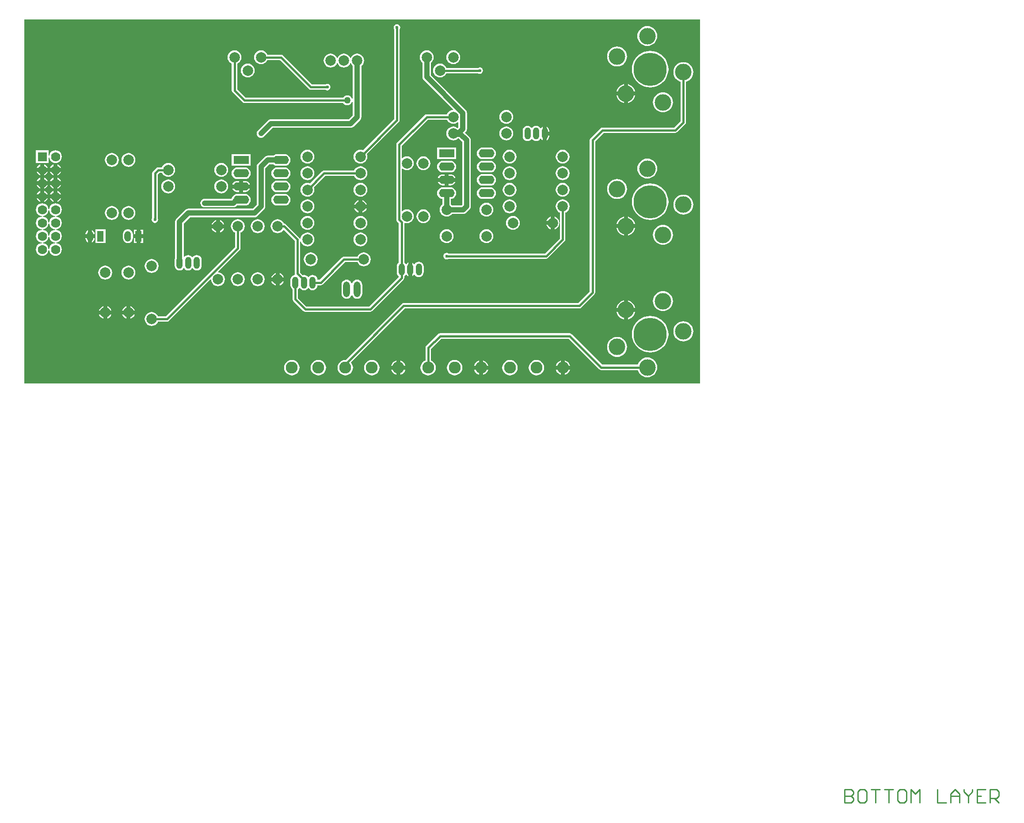
<source format=gbl>
G04*
G04 #@! TF.GenerationSoftware,Altium Limited,Altium Designer,20.0.2 (26)*
G04*
G04 Layer_Physical_Order=2*
G04 Layer_Color=16711680*
%FSLAX43Y43*%
%MOMM*%
G71*
G01*
G75*
%ADD11C,0.254*%
%ADD23O,1.200X2.286*%
%ADD28C,0.381*%
%ADD29C,1.000*%
%ADD30C,2.286*%
%ADD31C,3.175*%
%ADD32C,6.350*%
%ADD33C,2.000*%
%ADD34R,3.000X1.600*%
%ADD35O,3.000X1.600*%
%ADD36O,1.300X3.000*%
%ADD37R,1.270X2.032*%
%ADD38O,1.270X2.032*%
%ADD39R,1.778X1.778*%
%ADD40C,1.778*%
%ADD41C,0.600*%
%ADD42C,1.270*%
G36*
X129787Y388D02*
X388D01*
Y70097D01*
X129787D01*
X129787Y388D01*
D02*
G37*
%LPC*%
G36*
X119715Y68850D02*
X119341Y68813D01*
X118982Y68704D01*
X118651Y68527D01*
X118361Y68289D01*
X118123Y67999D01*
X117946Y67668D01*
X117837Y67309D01*
X117801Y66935D01*
X117837Y66562D01*
X117946Y66203D01*
X118123Y65872D01*
X118361Y65582D01*
X118651Y65344D01*
X118982Y65167D01*
X119341Y65058D01*
X119715Y65021D01*
X120088Y65058D01*
X120447Y65167D01*
X120778Y65344D01*
X121068Y65582D01*
X121306Y65872D01*
X121483Y66203D01*
X121592Y66562D01*
X121629Y66935D01*
X121592Y67309D01*
X121483Y67668D01*
X121306Y67999D01*
X121068Y68289D01*
X120778Y68527D01*
X120447Y68704D01*
X120088Y68813D01*
X119715Y68850D01*
D02*
G37*
G36*
X82550Y64194D02*
X82206Y64149D01*
X81886Y64016D01*
X81610Y63805D01*
X81399Y63529D01*
X81266Y63209D01*
X81221Y62865D01*
X81266Y62521D01*
X81399Y62201D01*
X81610Y61925D01*
X81886Y61714D01*
X82206Y61581D01*
X82550Y61536D01*
X82894Y61581D01*
X83214Y61714D01*
X83490Y61925D01*
X83701Y62201D01*
X83834Y62521D01*
X83879Y62865D01*
X83834Y63209D01*
X83701Y63529D01*
X83490Y63805D01*
X83214Y64016D01*
X82894Y64149D01*
X82550Y64194D01*
D02*
G37*
G36*
X113924Y64938D02*
X113550Y64901D01*
X113191Y64792D01*
X112860Y64615D01*
X112570Y64377D01*
X112332Y64087D01*
X112155Y63756D01*
X112046Y63397D01*
X112009Y63024D01*
X112046Y62650D01*
X112155Y62291D01*
X112332Y61960D01*
X112570Y61670D01*
X112860Y61432D01*
X113191Y61255D01*
X113550Y61146D01*
X113924Y61110D01*
X114297Y61146D01*
X114656Y61255D01*
X114987Y61432D01*
X115277Y61670D01*
X115515Y61960D01*
X115692Y62291D01*
X115801Y62650D01*
X115838Y63024D01*
X115801Y63397D01*
X115692Y63756D01*
X115515Y64087D01*
X115277Y64377D01*
X114987Y64615D01*
X114656Y64792D01*
X114297Y64901D01*
X113924Y64938D01*
D02*
G37*
G36*
X80010Y61654D02*
X79666Y61609D01*
X79346Y61476D01*
X79070Y61265D01*
X78859Y60989D01*
X78726Y60669D01*
X78681Y60325D01*
X78726Y59981D01*
X78859Y59661D01*
X79070Y59385D01*
X79346Y59174D01*
X79666Y59041D01*
X80010Y58996D01*
X80354Y59041D01*
X80674Y59174D01*
X80950Y59385D01*
X81161Y59661D01*
X81221Y59807D01*
X87294D01*
X87389Y59743D01*
X87630Y59695D01*
X87871Y59743D01*
X88075Y59880D01*
X88212Y60084D01*
X88260Y60325D01*
X88212Y60566D01*
X88075Y60770D01*
X87871Y60907D01*
X87630Y60955D01*
X87389Y60907D01*
X87294Y60843D01*
X81221D01*
X81161Y60989D01*
X80950Y61265D01*
X80674Y61476D01*
X80354Y61609D01*
X80010Y61654D01*
D02*
G37*
G36*
X43180D02*
X42836Y61609D01*
X42516Y61476D01*
X42240Y61265D01*
X42029Y60989D01*
X41896Y60669D01*
X41851Y60325D01*
X41896Y59981D01*
X42029Y59661D01*
X42240Y59385D01*
X42516Y59174D01*
X42836Y59041D01*
X43180Y58996D01*
X43524Y59041D01*
X43844Y59174D01*
X44120Y59385D01*
X44331Y59661D01*
X44464Y59981D01*
X44509Y60325D01*
X44464Y60669D01*
X44331Y60989D01*
X44120Y61265D01*
X43844Y61476D01*
X43524Y61609D01*
X43180Y61654D01*
D02*
G37*
G36*
X120274Y64089D02*
X119726Y64046D01*
X119191Y63917D01*
X118683Y63707D01*
X118214Y63420D01*
X117796Y63063D01*
X117439Y62645D01*
X117152Y62176D01*
X116942Y61668D01*
X116813Y61133D01*
X116770Y60585D01*
X116813Y60037D01*
X116942Y59503D01*
X117152Y58995D01*
X117439Y58526D01*
X117796Y58108D01*
X118214Y57751D01*
X118683Y57464D01*
X119191Y57254D01*
X119726Y57125D01*
X120274Y57082D01*
X120822Y57125D01*
X121356Y57254D01*
X121864Y57464D01*
X122333Y57751D01*
X122751Y58108D01*
X123108Y58526D01*
X123395Y58995D01*
X123605Y59503D01*
X123734Y60037D01*
X123777Y60585D01*
X123734Y61133D01*
X123605Y61668D01*
X123395Y62176D01*
X123108Y62645D01*
X122751Y63063D01*
X122333Y63420D01*
X121864Y63707D01*
X121356Y63917D01*
X120822Y64046D01*
X120274Y64089D01*
D02*
G37*
G36*
X45720Y64194D02*
X45376Y64149D01*
X45056Y64016D01*
X44780Y63805D01*
X44569Y63529D01*
X44436Y63209D01*
X44391Y62865D01*
X44436Y62521D01*
X44569Y62201D01*
X44780Y61925D01*
X45056Y61714D01*
X45376Y61581D01*
X45720Y61536D01*
X46064Y61581D01*
X46384Y61714D01*
X46660Y61925D01*
X46871Y62201D01*
X46931Y62347D01*
X49315D01*
X54879Y56784D01*
X54879Y56784D01*
X55047Y56671D01*
X55245Y56632D01*
X55245Y56632D01*
X58084D01*
X58179Y56568D01*
X58420Y56520D01*
X58661Y56568D01*
X58865Y56705D01*
X59002Y56909D01*
X59050Y57150D01*
X59002Y57391D01*
X58865Y57595D01*
X58661Y57732D01*
X58420Y57780D01*
X58179Y57732D01*
X58084Y57668D01*
X55460D01*
X49896Y63231D01*
X49728Y63344D01*
X49530Y63383D01*
X46931D01*
X46871Y63529D01*
X46660Y63805D01*
X46384Y64016D01*
X46064Y64149D01*
X45720Y64194D01*
D02*
G37*
G36*
X115986Y57726D02*
Y56298D01*
X117414D01*
X117315Y56625D01*
X117144Y56945D01*
X116914Y57225D01*
X116633Y57455D01*
X116313Y57626D01*
X115986Y57726D01*
D02*
G37*
G36*
X115224Y57726D02*
X114897Y57626D01*
X114577Y57455D01*
X114297Y57225D01*
X114067Y56945D01*
X113896Y56625D01*
X113796Y56298D01*
X115224D01*
Y57726D01*
D02*
G37*
G36*
X117414Y55536D02*
X115986D01*
Y54108D01*
X116313Y54207D01*
X116633Y54378D01*
X116914Y54608D01*
X117144Y54889D01*
X117315Y55209D01*
X117414Y55536D01*
D02*
G37*
G36*
X115224D02*
X113796D01*
X113896Y55209D01*
X114067Y54889D01*
X114297Y54608D01*
X114577Y54378D01*
X114897Y54207D01*
X115224Y54108D01*
Y55536D01*
D02*
G37*
G36*
X122712Y56150D02*
X122339Y56113D01*
X121980Y56004D01*
X121649Y55827D01*
X121358Y55589D01*
X121120Y55299D01*
X120944Y54968D01*
X120835Y54609D01*
X120798Y54235D01*
X120835Y53862D01*
X120944Y53503D01*
X121120Y53172D01*
X121358Y52882D01*
X121649Y52644D01*
X121980Y52467D01*
X122339Y52358D01*
X122712Y52321D01*
X123086Y52358D01*
X123445Y52467D01*
X123776Y52644D01*
X124066Y52882D01*
X124304Y53172D01*
X124481Y53503D01*
X124589Y53862D01*
X124626Y54235D01*
X124589Y54609D01*
X124481Y54968D01*
X124304Y55299D01*
X124066Y55589D01*
X123776Y55827D01*
X123445Y56004D01*
X123086Y56113D01*
X122712Y56150D01*
D02*
G37*
G36*
X92710Y52764D02*
X92366Y52719D01*
X92046Y52586D01*
X91770Y52375D01*
X91559Y52099D01*
X91426Y51779D01*
X91381Y51435D01*
X91426Y51091D01*
X91559Y50771D01*
X91770Y50495D01*
X92046Y50284D01*
X92366Y50151D01*
X92710Y50106D01*
X93054Y50151D01*
X93374Y50284D01*
X93650Y50495D01*
X93861Y50771D01*
X93994Y51091D01*
X94039Y51435D01*
X93994Y51779D01*
X93861Y52099D01*
X93650Y52375D01*
X93374Y52586D01*
X93054Y52719D01*
X92710Y52764D01*
D02*
G37*
G36*
X98425Y49728D02*
X98185Y49697D01*
X97962Y49604D01*
X97771Y49457D01*
X97678Y49337D01*
X97521D01*
X97428Y49457D01*
X97237Y49604D01*
X97013Y49697D01*
X96774Y49728D01*
X96534Y49697D01*
X96311Y49604D01*
X96120Y49457D01*
X95973Y49266D01*
X95880Y49043D01*
X95849Y48803D01*
Y47717D01*
X95880Y47477D01*
X95973Y47254D01*
X96120Y47063D01*
X96311Y46916D01*
X96534Y46823D01*
X96774Y46792D01*
X97013Y46823D01*
X97237Y46916D01*
X97428Y47063D01*
X97521Y47183D01*
X97678D01*
X97771Y47063D01*
X97962Y46916D01*
X98185Y46823D01*
X98425Y46792D01*
X98664Y46823D01*
X98888Y46916D01*
X99079Y47063D01*
X99213Y47237D01*
X99238Y47247D01*
X99272Y47252D01*
X99361Y47246D01*
X99467Y47108D01*
X99645Y46971D01*
X99695Y46950D01*
Y48260D01*
Y49570D01*
X99645Y49549D01*
X99467Y49412D01*
X99361Y49274D01*
X99272Y49268D01*
X99238Y49272D01*
X99213Y49283D01*
X99079Y49457D01*
X98888Y49604D01*
X98664Y49697D01*
X98425Y49728D01*
D02*
G37*
G36*
X77470Y64194D02*
X77126Y64149D01*
X76806Y64016D01*
X76530Y63805D01*
X76319Y63529D01*
X76186Y63209D01*
X76141Y62865D01*
X76186Y62521D01*
X76319Y62201D01*
X76530Y61925D01*
X76645Y61837D01*
Y59085D01*
X76674Y58872D01*
X76756Y58673D01*
X76887Y58502D01*
X82503Y52886D01*
X82458Y52752D01*
X82206Y52719D01*
X81886Y52586D01*
X81610Y52375D01*
X81399Y52099D01*
X81338Y51953D01*
X77470D01*
X77272Y51914D01*
X77104Y51801D01*
X71786Y46483D01*
X71673Y46315D01*
X71634Y46117D01*
Y31760D01*
X71673Y31562D01*
X71786Y31394D01*
X72126Y31054D01*
Y23527D01*
X71990Y23422D01*
X71843Y23231D01*
X71750Y23008D01*
X71719Y22768D01*
Y21682D01*
X71750Y21442D01*
X71843Y21219D01*
X71990Y21028D01*
X72126Y20923D01*
Y20789D01*
X66460Y15123D01*
X54413D01*
X52819Y16717D01*
Y18388D01*
X52955Y18493D01*
X53048Y18614D01*
X53205D01*
X53298Y18493D01*
X53489Y18346D01*
X53712Y18253D01*
X53952Y18222D01*
X54192Y18253D01*
X54415Y18346D01*
X54606Y18493D01*
X54699Y18614D01*
X54856D01*
X54949Y18493D01*
X55140Y18346D01*
X55363Y18253D01*
X55603Y18222D01*
X55843Y18253D01*
X56066Y18346D01*
X56257Y18493D01*
X56404Y18685D01*
X56497Y18908D01*
X56528Y19147D01*
Y19172D01*
X57155D01*
X57354Y19212D01*
X57522Y19324D01*
X61810Y23612D01*
X64193D01*
X64254Y23466D01*
X64465Y23190D01*
X64741Y22979D01*
X65061Y22846D01*
X65405Y22801D01*
X65749Y22846D01*
X66069Y22979D01*
X66345Y23190D01*
X66556Y23466D01*
X66689Y23786D01*
X66734Y24130D01*
X66689Y24474D01*
X66556Y24794D01*
X66345Y25070D01*
X66069Y25281D01*
X65749Y25414D01*
X65405Y25459D01*
X65061Y25414D01*
X64741Y25281D01*
X64465Y25070D01*
X64254Y24794D01*
X64193Y24648D01*
X61595D01*
X61397Y24609D01*
X61229Y24496D01*
X56941Y20208D01*
X56528D01*
Y20233D01*
X56497Y20473D01*
X56404Y20696D01*
X56257Y20888D01*
X56066Y21035D01*
X55843Y21127D01*
X55603Y21159D01*
X55363Y21127D01*
X55140Y21035D01*
X54949Y20888D01*
X54856Y20767D01*
X54699D01*
X54606Y20888D01*
X54415Y21035D01*
X54192Y21127D01*
X53952Y21159D01*
X53712Y21127D01*
X53708Y21125D01*
X53223Y21611D01*
Y27514D01*
X53350Y27539D01*
X53459Y27276D01*
X53670Y27000D01*
X53946Y26789D01*
X54266Y26656D01*
X54610Y26611D01*
X54954Y26656D01*
X55274Y26789D01*
X55550Y27000D01*
X55761Y27276D01*
X55894Y27596D01*
X55939Y27940D01*
X55894Y28284D01*
X55761Y28604D01*
X55550Y28880D01*
X55274Y29091D01*
X54954Y29224D01*
X54610Y29269D01*
X54266Y29224D01*
X53946Y29091D01*
X53670Y28880D01*
X53459Y28604D01*
X53326Y28284D01*
X53313Y28179D01*
X53192Y28142D01*
X53180Y28144D01*
X53071Y28306D01*
X53071Y28306D01*
X50531Y30846D01*
X50363Y30959D01*
X50165Y30998D01*
X50107D01*
X50046Y31144D01*
X49835Y31420D01*
X49559Y31631D01*
X49239Y31764D01*
X48895Y31809D01*
X48551Y31764D01*
X48231Y31631D01*
X47955Y31420D01*
X47744Y31144D01*
X47611Y30824D01*
X47566Y30480D01*
X47611Y30136D01*
X47744Y29816D01*
X47955Y29540D01*
X48231Y29329D01*
X48551Y29196D01*
X48895Y29151D01*
X49239Y29196D01*
X49559Y29329D01*
X49835Y29540D01*
X49990Y29743D01*
X50152Y29760D01*
X52187Y27725D01*
Y21396D01*
X52211Y21275D01*
X52127Y21136D01*
X52061Y21127D01*
X51838Y21035D01*
X51647Y20888D01*
X51500Y20696D01*
X51407Y20473D01*
X51376Y20233D01*
Y19147D01*
X51407Y18908D01*
X51500Y18685D01*
X51647Y18493D01*
X51783Y18388D01*
Y16502D01*
X51822Y16304D01*
X51935Y16136D01*
X53832Y14239D01*
X54000Y14126D01*
X54198Y14087D01*
X66675D01*
X66873Y14126D01*
X67041Y14239D01*
X73010Y20208D01*
X73123Y20376D01*
X73162Y20574D01*
Y20923D01*
X73298Y21028D01*
X73432Y21202D01*
X73457Y21212D01*
X73491Y21217D01*
X73580Y21211D01*
X73686Y21073D01*
X73864Y20936D01*
X73914Y20915D01*
Y22225D01*
Y23535D01*
X73864Y23514D01*
X73686Y23377D01*
X73580Y23239D01*
X73491Y23233D01*
X73457Y23237D01*
X73432Y23248D01*
X73298Y23422D01*
X73162Y23527D01*
Y31051D01*
X73268Y31122D01*
X73316Y31101D01*
X73660Y31056D01*
X74004Y31101D01*
X74324Y31234D01*
X74600Y31445D01*
X74811Y31721D01*
X74944Y32041D01*
X74989Y32385D01*
X74944Y32729D01*
X74811Y33049D01*
X74600Y33325D01*
X74324Y33536D01*
X74004Y33669D01*
X73660Y33714D01*
X73316Y33669D01*
X72996Y33536D01*
X72797Y33383D01*
X72670Y33446D01*
Y41484D01*
X72797Y41547D01*
X72996Y41394D01*
X73316Y41261D01*
X73660Y41216D01*
X74004Y41261D01*
X74324Y41394D01*
X74600Y41605D01*
X74811Y41881D01*
X74944Y42201D01*
X74989Y42545D01*
X74944Y42889D01*
X74811Y43209D01*
X74600Y43485D01*
X74324Y43696D01*
X74004Y43829D01*
X73660Y43874D01*
X73316Y43829D01*
X72996Y43696D01*
X72797Y43543D01*
X72670Y43606D01*
Y45902D01*
X77685Y50917D01*
X81338D01*
X81399Y50771D01*
X81610Y50495D01*
X81886Y50284D01*
X82206Y50151D01*
X82550Y50106D01*
X82894Y50151D01*
X83214Y50284D01*
X83416Y50439D01*
X83543Y50376D01*
Y49491D01*
X83355Y49303D01*
X83214Y49411D01*
X82894Y49544D01*
X82550Y49589D01*
X82206Y49544D01*
X81886Y49411D01*
X81610Y49200D01*
X81399Y48924D01*
X81266Y48604D01*
X81221Y48260D01*
X81266Y47916D01*
X81399Y47596D01*
X81610Y47320D01*
X81886Y47109D01*
X82206Y46976D01*
X82550Y46931D01*
X82894Y46976D01*
X83214Y47109D01*
X83467Y47303D01*
X83611D01*
X84265Y46648D01*
Y34632D01*
X84113Y34480D01*
X82308D01*
X82220Y34595D01*
X82105Y34683D01*
Y35719D01*
X82272Y35741D01*
X82544Y35854D01*
X82777Y36033D01*
X82956Y36266D01*
X83069Y36538D01*
X83107Y36830D01*
X83069Y37122D01*
X82956Y37394D01*
X82777Y37627D01*
X82544Y37806D01*
X82272Y37919D01*
X81980Y37957D01*
X80580D01*
X80288Y37919D01*
X80016Y37806D01*
X79783Y37627D01*
X79604Y37394D01*
X79491Y37122D01*
X79453Y36830D01*
X79491Y36538D01*
X79604Y36266D01*
X79783Y36033D01*
X80016Y35854D01*
X80288Y35741D01*
X80455Y35719D01*
Y34683D01*
X80340Y34595D01*
X80129Y34319D01*
X79996Y33999D01*
X79951Y33655D01*
X79996Y33311D01*
X80129Y32991D01*
X80340Y32715D01*
X80616Y32504D01*
X80936Y32371D01*
X81280Y32326D01*
X81624Y32371D01*
X81944Y32504D01*
X82220Y32715D01*
X82308Y32830D01*
X84455D01*
X84668Y32859D01*
X84867Y32941D01*
X85038Y33072D01*
X85673Y33707D01*
X85804Y33878D01*
X85886Y34077D01*
X85915Y34290D01*
Y46990D01*
X85886Y47203D01*
X85804Y47402D01*
X85673Y47573D01*
X84815Y48431D01*
X84951Y48567D01*
X85082Y48737D01*
X85164Y48936D01*
X85192Y49150D01*
Y52188D01*
X85164Y52401D01*
X85082Y52600D01*
X84951Y52771D01*
X78295Y59427D01*
Y61837D01*
X78410Y61925D01*
X78621Y62201D01*
X78754Y62521D01*
X78799Y62865D01*
X78754Y63209D01*
X78621Y63529D01*
X78410Y63805D01*
X78134Y64016D01*
X77814Y64149D01*
X77470Y64194D01*
D02*
G37*
G36*
X100457Y49570D02*
Y48641D01*
X100937D01*
Y48803D01*
X100908Y49026D01*
X100822Y49234D01*
X100685Y49412D01*
X100507Y49549D01*
X100457Y49570D01*
D02*
G37*
G36*
X40640Y64194D02*
X40296Y64149D01*
X39976Y64016D01*
X39700Y63805D01*
X39489Y63529D01*
X39356Y63209D01*
X39311Y62865D01*
X39356Y62521D01*
X39489Y62201D01*
X39700Y61925D01*
X39976Y61714D01*
X40122Y61653D01*
Y56515D01*
X40161Y56317D01*
X40274Y56149D01*
X42179Y54244D01*
X42347Y54131D01*
X42545Y54092D01*
X61427D01*
X61551Y53931D01*
X61750Y53778D01*
X61981Y53682D01*
X62230Y53649D01*
X62479Y53682D01*
X62710Y53778D01*
X62909Y53931D01*
X63062Y54130D01*
X63158Y54361D01*
X63182Y54542D01*
X63183Y54555D01*
X63310Y54546D01*
Y51777D01*
X62523Y50990D01*
X47625D01*
X47412Y50961D01*
X47213Y50879D01*
X47042Y50748D01*
X45137Y48843D01*
X45006Y48672D01*
X44924Y48473D01*
X44895Y48260D01*
X44924Y48047D01*
X45006Y47848D01*
X45137Y47677D01*
X45308Y47546D01*
X45507Y47464D01*
X45720Y47435D01*
X45933Y47464D01*
X46132Y47546D01*
X46303Y47677D01*
X47967Y49340D01*
X62865D01*
X63078Y49369D01*
X63277Y49451D01*
X63448Y49582D01*
X64718Y50852D01*
X64849Y51023D01*
X64931Y51222D01*
X64960Y51435D01*
Y61202D01*
X65075Y61290D01*
X65286Y61566D01*
X65419Y61886D01*
X65464Y62230D01*
X65419Y62574D01*
X65286Y62894D01*
X65075Y63170D01*
X64799Y63381D01*
X64479Y63514D01*
X64135Y63559D01*
X63791Y63514D01*
X63471Y63381D01*
X63195Y63170D01*
X62984Y62894D01*
X62928Y62760D01*
X62801D01*
X62746Y62894D01*
X62535Y63170D01*
X62259Y63381D01*
X61939Y63514D01*
X61595Y63559D01*
X61251Y63514D01*
X60931Y63381D01*
X60655Y63170D01*
X60444Y62894D01*
X60388Y62760D01*
X60261D01*
X60206Y62894D01*
X59995Y63170D01*
X59719Y63381D01*
X59399Y63514D01*
X59055Y63559D01*
X58711Y63514D01*
X58391Y63381D01*
X58115Y63170D01*
X57904Y62894D01*
X57771Y62574D01*
X57726Y62230D01*
X57771Y61886D01*
X57904Y61566D01*
X58115Y61290D01*
X58391Y61079D01*
X58711Y60946D01*
X59055Y60901D01*
X59399Y60946D01*
X59719Y61079D01*
X59995Y61290D01*
X60206Y61566D01*
X60261Y61700D01*
X60388D01*
X60444Y61566D01*
X60655Y61290D01*
X60931Y61079D01*
X61251Y60946D01*
X61595Y60901D01*
X61939Y60946D01*
X62259Y61079D01*
X62535Y61290D01*
X62746Y61566D01*
X62801Y61700D01*
X62928D01*
X62984Y61566D01*
X63195Y61290D01*
X63310Y61202D01*
Y54674D01*
X63183Y54665D01*
X63182Y54678D01*
X63158Y54859D01*
X63062Y55090D01*
X62909Y55289D01*
X62710Y55442D01*
X62479Y55538D01*
X62230Y55571D01*
X61981Y55538D01*
X61750Y55442D01*
X61551Y55289D01*
X61427Y55128D01*
X42760D01*
X41158Y56730D01*
Y61653D01*
X41304Y61714D01*
X41580Y61925D01*
X41791Y62201D01*
X41924Y62521D01*
X41969Y62865D01*
X41924Y63209D01*
X41791Y63529D01*
X41580Y63805D01*
X41304Y64016D01*
X40984Y64149D01*
X40640Y64194D01*
D02*
G37*
G36*
X100937Y47879D02*
X100457D01*
Y46950D01*
X100507Y46971D01*
X100685Y47108D01*
X100822Y47286D01*
X100908Y47494D01*
X100937Y47717D01*
Y47879D01*
D02*
G37*
G36*
X92710Y49589D02*
X92366Y49544D01*
X92046Y49411D01*
X91770Y49200D01*
X91559Y48924D01*
X91426Y48604D01*
X91381Y48260D01*
X91426Y47916D01*
X91559Y47596D01*
X91770Y47320D01*
X92046Y47109D01*
X92366Y46976D01*
X92710Y46931D01*
X93054Y46976D01*
X93374Y47109D01*
X93650Y47320D01*
X93861Y47596D01*
X93994Y47916D01*
X94039Y48260D01*
X93994Y48604D01*
X93861Y48924D01*
X93650Y49200D01*
X93374Y49411D01*
X93054Y49544D01*
X92710Y49589D01*
D02*
G37*
G36*
X71755Y69210D02*
X71514Y69162D01*
X71310Y69025D01*
X71173Y68821D01*
X71125Y68580D01*
X71173Y68339D01*
X71237Y68244D01*
Y51015D01*
X65260Y45038D01*
X65114Y45099D01*
X64770Y45144D01*
X64426Y45099D01*
X64106Y44966D01*
X63830Y44755D01*
X63619Y44479D01*
X63486Y44159D01*
X63441Y43815D01*
X63486Y43471D01*
X63619Y43151D01*
X63830Y42875D01*
X64106Y42664D01*
X64426Y42531D01*
X64770Y42486D01*
X65114Y42531D01*
X65434Y42664D01*
X65710Y42875D01*
X65921Y43151D01*
X66054Y43471D01*
X66099Y43815D01*
X66054Y44159D01*
X65993Y44305D01*
X72121Y50434D01*
X72234Y50602D01*
X72273Y50800D01*
Y68244D01*
X72337Y68339D01*
X72385Y68580D01*
X72337Y68821D01*
X72200Y69025D01*
X71996Y69162D01*
X71755Y69210D01*
D02*
G37*
G36*
X6350Y45032D02*
X6035Y44990D01*
X5742Y44869D01*
X5490Y44675D01*
X5296Y44423D01*
X5175Y44130D01*
X5143Y43894D01*
X5016Y43902D01*
Y45021D01*
X2603D01*
Y42608D01*
X5016D01*
Y43728D01*
X5143Y43736D01*
X5175Y43500D01*
X5296Y43207D01*
X5490Y42955D01*
X5742Y42761D01*
X6035Y42640D01*
X6350Y42598D01*
X6665Y42640D01*
X6958Y42761D01*
X7210Y42955D01*
X7404Y43207D01*
X7525Y43500D01*
X7567Y43815D01*
X7525Y44130D01*
X7404Y44423D01*
X7210Y44675D01*
X6958Y44869D01*
X6665Y44990D01*
X6350Y45032D01*
D02*
G37*
G36*
X83097Y45567D02*
X79462D01*
Y43332D01*
X83097D01*
Y45567D01*
D02*
G37*
G36*
X89600Y45577D02*
X88200D01*
X87908Y45539D01*
X87636Y45426D01*
X87403Y45247D01*
X87224Y45014D01*
X87111Y44742D01*
X87073Y44450D01*
X87111Y44158D01*
X87224Y43886D01*
X87403Y43653D01*
X87636Y43474D01*
X87908Y43361D01*
X88200Y43323D01*
X89600D01*
X89892Y43361D01*
X90164Y43474D01*
X90397Y43653D01*
X90576Y43886D01*
X90689Y44158D01*
X90727Y44450D01*
X90689Y44742D01*
X90576Y45014D01*
X90397Y45247D01*
X90164Y45426D01*
X89892Y45539D01*
X89600Y45577D01*
D02*
G37*
G36*
X103505Y45144D02*
X103161Y45099D01*
X102841Y44966D01*
X102565Y44755D01*
X102354Y44479D01*
X102221Y44159D01*
X102176Y43815D01*
X102221Y43471D01*
X102354Y43151D01*
X102565Y42875D01*
X102841Y42664D01*
X103161Y42531D01*
X103505Y42486D01*
X103849Y42531D01*
X104169Y42664D01*
X104445Y42875D01*
X104656Y43151D01*
X104789Y43471D01*
X104834Y43815D01*
X104789Y44159D01*
X104656Y44479D01*
X104445Y44755D01*
X104169Y44966D01*
X103849Y45099D01*
X103505Y45144D01*
D02*
G37*
G36*
X93345D02*
X93001Y45099D01*
X92681Y44966D01*
X92405Y44755D01*
X92194Y44479D01*
X92061Y44159D01*
X92016Y43815D01*
X92061Y43471D01*
X92194Y43151D01*
X92405Y42875D01*
X92681Y42664D01*
X93001Y42531D01*
X93345Y42486D01*
X93689Y42531D01*
X94009Y42664D01*
X94285Y42875D01*
X94496Y43151D01*
X94629Y43471D01*
X94674Y43815D01*
X94629Y44159D01*
X94496Y44479D01*
X94285Y44755D01*
X94009Y44966D01*
X93689Y45099D01*
X93345Y45144D01*
D02*
G37*
G36*
X54610D02*
X54266Y45099D01*
X53946Y44966D01*
X53670Y44755D01*
X53459Y44479D01*
X53326Y44159D01*
X53281Y43815D01*
X53326Y43471D01*
X53459Y43151D01*
X53670Y42875D01*
X53946Y42664D01*
X54266Y42531D01*
X54610Y42486D01*
X54954Y42531D01*
X55274Y42664D01*
X55550Y42875D01*
X55761Y43151D01*
X55894Y43471D01*
X55939Y43815D01*
X55894Y44159D01*
X55761Y44479D01*
X55550Y44755D01*
X55274Y44966D01*
X54954Y45099D01*
X54610Y45144D01*
D02*
G37*
G36*
X43727Y44297D02*
X40092D01*
Y42062D01*
X43727D01*
Y44297D01*
D02*
G37*
G36*
X50230Y44307D02*
X48830D01*
X48538Y44269D01*
X48266Y44156D01*
X48069Y44005D01*
X46990D01*
X46777Y43976D01*
X46578Y43894D01*
X46407Y43763D01*
X45137Y42493D01*
X45006Y42322D01*
X44924Y42123D01*
X44895Y41910D01*
Y34632D01*
X44108Y33845D01*
X31750D01*
X31537Y33816D01*
X31338Y33734D01*
X31167Y33603D01*
X29516Y31952D01*
X29385Y31781D01*
X29337Y31665D01*
X29303Y31582D01*
X29274Y31369D01*
Y24445D01*
X29205Y24278D01*
X29174Y24038D01*
Y22952D01*
X29205Y22712D01*
X29298Y22489D01*
X29445Y22298D01*
X29636Y22151D01*
X29859Y22058D01*
X30099Y22027D01*
X30339Y22058D01*
X30562Y22151D01*
X30753Y22298D01*
X30846Y22418D01*
X31003D01*
X31096Y22298D01*
X31287Y22151D01*
X31510Y22058D01*
X31750Y22027D01*
X31990Y22058D01*
X32213Y22151D01*
X32404Y22298D01*
X32497Y22418D01*
X32654D01*
X32747Y22298D01*
X32938Y22151D01*
X33161Y22058D01*
X33401Y22027D01*
X33641Y22058D01*
X33864Y22151D01*
X34055Y22298D01*
X34202Y22489D01*
X34295Y22712D01*
X34326Y22952D01*
Y24038D01*
X34295Y24278D01*
X34202Y24501D01*
X34055Y24692D01*
X33864Y24839D01*
X33641Y24932D01*
X33401Y24963D01*
X33161Y24932D01*
X32938Y24839D01*
X32747Y24692D01*
X32654Y24572D01*
X32497D01*
X32404Y24692D01*
X32213Y24839D01*
X31990Y24932D01*
X31750Y24963D01*
X31510Y24932D01*
X31287Y24839D01*
X31096Y24692D01*
X31051Y24634D01*
X30924Y24677D01*
Y31027D01*
X32092Y32195D01*
X44450D01*
X44663Y32224D01*
X44746Y32258D01*
X44862Y32306D01*
X45033Y32437D01*
X46303Y33707D01*
X46434Y33878D01*
X46516Y34077D01*
X46545Y34290D01*
Y41568D01*
X47332Y42355D01*
X48069D01*
X48266Y42204D01*
X48538Y42091D01*
X48830Y42053D01*
X50230D01*
X50522Y42091D01*
X50794Y42204D01*
X51027Y42383D01*
X51206Y42616D01*
X51319Y42888D01*
X51357Y43180D01*
X51319Y43472D01*
X51206Y43744D01*
X51027Y43977D01*
X50794Y44156D01*
X50522Y44269D01*
X50230Y44307D01*
D02*
G37*
G36*
X20320Y44509D02*
X19976Y44464D01*
X19656Y44331D01*
X19380Y44120D01*
X19169Y43844D01*
X19036Y43524D01*
X18991Y43180D01*
X19036Y42836D01*
X19169Y42516D01*
X19380Y42240D01*
X19656Y42029D01*
X19976Y41896D01*
X20320Y41851D01*
X20664Y41896D01*
X20984Y42029D01*
X21260Y42240D01*
X21471Y42516D01*
X21604Y42836D01*
X21649Y43180D01*
X21604Y43524D01*
X21471Y43844D01*
X21260Y44120D01*
X20984Y44331D01*
X20664Y44464D01*
X20320Y44509D01*
D02*
G37*
G36*
X17145D02*
X16801Y44464D01*
X16481Y44331D01*
X16205Y44120D01*
X15994Y43844D01*
X15861Y43524D01*
X15816Y43180D01*
X15861Y42836D01*
X15994Y42516D01*
X16205Y42240D01*
X16481Y42029D01*
X16801Y41896D01*
X17145Y41851D01*
X17489Y41896D01*
X17809Y42029D01*
X18085Y42240D01*
X18296Y42516D01*
X18429Y42836D01*
X18474Y43180D01*
X18429Y43524D01*
X18296Y43844D01*
X18085Y44120D01*
X17809Y44331D01*
X17489Y44464D01*
X17145Y44509D01*
D02*
G37*
G36*
X6731Y42354D02*
Y41656D01*
X7429D01*
X7348Y41851D01*
X7165Y42090D01*
X6926Y42273D01*
X6731Y42354D01*
D02*
G37*
G36*
X4191D02*
Y41656D01*
X4889D01*
X4808Y41851D01*
X4625Y42090D01*
X4386Y42273D01*
X4191Y42354D01*
D02*
G37*
G36*
X5969Y42354D02*
X5774Y42273D01*
X5535Y42090D01*
X5352Y41851D01*
X5271Y41656D01*
X5969D01*
Y42354D01*
D02*
G37*
G36*
X3429D02*
X3234Y42273D01*
X2995Y42090D01*
X2812Y41851D01*
X2731Y41656D01*
X3429D01*
Y42354D01*
D02*
G37*
G36*
X76835Y43874D02*
X76491Y43829D01*
X76171Y43696D01*
X75895Y43485D01*
X75684Y43209D01*
X75551Y42889D01*
X75506Y42545D01*
X75551Y42201D01*
X75684Y41881D01*
X75895Y41605D01*
X76171Y41394D01*
X76491Y41261D01*
X76835Y41216D01*
X77179Y41261D01*
X77499Y41394D01*
X77775Y41605D01*
X77986Y41881D01*
X78119Y42201D01*
X78164Y42545D01*
X78119Y42889D01*
X77986Y43209D01*
X77775Y43485D01*
X77499Y43696D01*
X77179Y43829D01*
X76835Y43874D01*
D02*
G37*
G36*
X89600Y43037D02*
X88200D01*
X87908Y42999D01*
X87636Y42886D01*
X87403Y42707D01*
X87224Y42474D01*
X87111Y42202D01*
X87073Y41910D01*
X87111Y41618D01*
X87224Y41346D01*
X87403Y41113D01*
X87636Y40934D01*
X87908Y40821D01*
X88200Y40783D01*
X89600D01*
X89892Y40821D01*
X90164Y40934D01*
X90397Y41113D01*
X90576Y41346D01*
X90689Y41618D01*
X90727Y41910D01*
X90689Y42202D01*
X90576Y42474D01*
X90397Y42707D01*
X90164Y42886D01*
X89892Y42999D01*
X89600Y43037D01*
D02*
G37*
G36*
X81980D02*
X80580D01*
X80288Y42999D01*
X80016Y42886D01*
X79783Y42707D01*
X79604Y42474D01*
X79491Y42202D01*
X79453Y41910D01*
X79491Y41618D01*
X79604Y41346D01*
X79783Y41113D01*
X80016Y40934D01*
X80288Y40821D01*
X80580Y40783D01*
X81980D01*
X82272Y40821D01*
X82544Y40934D01*
X82777Y41113D01*
X82956Y41346D01*
X83069Y41618D01*
X83107Y41910D01*
X83069Y42202D01*
X82956Y42474D01*
X82777Y42707D01*
X82544Y42886D01*
X82272Y42999D01*
X81980Y43037D01*
D02*
G37*
G36*
X7429Y40894D02*
X6731D01*
Y40196D01*
X6926Y40277D01*
X7165Y40460D01*
X7348Y40699D01*
X7429Y40894D01*
D02*
G37*
G36*
X4889D02*
X4191D01*
Y40196D01*
X4386Y40277D01*
X4625Y40460D01*
X4808Y40699D01*
X4889Y40894D01*
D02*
G37*
G36*
X5969D02*
X5271D01*
X5352Y40699D01*
X5535Y40460D01*
X5774Y40277D01*
X5969Y40196D01*
Y40894D01*
D02*
G37*
G36*
X3429D02*
X2731D01*
X2812Y40699D01*
X2995Y40460D01*
X3234Y40277D01*
X3429Y40196D01*
Y40894D01*
D02*
G37*
G36*
X38100Y42604D02*
X37756Y42559D01*
X37436Y42426D01*
X37160Y42215D01*
X36949Y41939D01*
X36816Y41619D01*
X36771Y41275D01*
X36816Y40931D01*
X36949Y40611D01*
X37160Y40335D01*
X37436Y40124D01*
X37756Y39991D01*
X38100Y39946D01*
X38444Y39991D01*
X38764Y40124D01*
X39040Y40335D01*
X39251Y40611D01*
X39384Y40931D01*
X39429Y41275D01*
X39384Y41619D01*
X39251Y41939D01*
X39040Y42215D01*
X38764Y42426D01*
X38444Y42559D01*
X38100Y42604D01*
D02*
G37*
G36*
X27940D02*
X27596Y42559D01*
X27276Y42426D01*
X27000Y42215D01*
X26789Y41939D01*
X26728Y41793D01*
X26035D01*
X25837Y41754D01*
X25669Y41641D01*
X25034Y41006D01*
X24921Y40838D01*
X24882Y40640D01*
Y32086D01*
X24818Y31991D01*
X24770Y31750D01*
X24818Y31509D01*
X24955Y31305D01*
X25159Y31168D01*
X25400Y31120D01*
X25641Y31168D01*
X25845Y31305D01*
X25982Y31509D01*
X26030Y31750D01*
X25982Y31991D01*
X25918Y32086D01*
Y40425D01*
X26250Y40757D01*
X26728D01*
X26789Y40611D01*
X27000Y40335D01*
X27276Y40124D01*
X27596Y39991D01*
X27940Y39946D01*
X28284Y39991D01*
X28604Y40124D01*
X28880Y40335D01*
X29091Y40611D01*
X29224Y40931D01*
X29269Y41275D01*
X29224Y41619D01*
X29091Y41939D01*
X28880Y42215D01*
X28604Y42426D01*
X28284Y42559D01*
X27940Y42604D01*
D02*
G37*
G36*
X81980Y40433D02*
X81661D01*
Y39751D01*
X82963D01*
X82901Y39902D01*
X82732Y40122D01*
X82512Y40291D01*
X82255Y40397D01*
X81980Y40433D01*
D02*
G37*
G36*
X80899D02*
X80580D01*
X80305Y40397D01*
X80048Y40291D01*
X79828Y40122D01*
X79659Y39902D01*
X79597Y39751D01*
X80899D01*
Y40433D01*
D02*
G37*
G36*
X119715Y43450D02*
X119341Y43413D01*
X118982Y43304D01*
X118651Y43127D01*
X118361Y42889D01*
X118123Y42599D01*
X117946Y42268D01*
X117837Y41909D01*
X117801Y41535D01*
X117837Y41162D01*
X117946Y40803D01*
X118123Y40472D01*
X118361Y40182D01*
X118651Y39944D01*
X118982Y39767D01*
X119341Y39658D01*
X119715Y39621D01*
X120088Y39658D01*
X120447Y39767D01*
X120778Y39944D01*
X121068Y40182D01*
X121306Y40472D01*
X121483Y40803D01*
X121592Y41162D01*
X121629Y41535D01*
X121592Y41909D01*
X121483Y42268D01*
X121306Y42599D01*
X121068Y42889D01*
X120778Y43127D01*
X120447Y43304D01*
X120088Y43413D01*
X119715Y43450D01*
D02*
G37*
G36*
X50230Y41767D02*
X48830D01*
X48538Y41729D01*
X48266Y41616D01*
X48033Y41437D01*
X47854Y41204D01*
X47741Y40932D01*
X47703Y40640D01*
X47741Y40348D01*
X47854Y40076D01*
X48033Y39843D01*
X48266Y39664D01*
X48538Y39551D01*
X48830Y39513D01*
X50230D01*
X50522Y39551D01*
X50794Y39664D01*
X51027Y39843D01*
X51206Y40076D01*
X51319Y40348D01*
X51357Y40640D01*
X51319Y40932D01*
X51206Y41204D01*
X51027Y41437D01*
X50794Y41616D01*
X50522Y41729D01*
X50230Y41767D01*
D02*
G37*
G36*
X42610D02*
X41210D01*
X40918Y41729D01*
X40646Y41616D01*
X40413Y41437D01*
X40234Y41204D01*
X40121Y40932D01*
X40083Y40640D01*
X40121Y40348D01*
X40234Y40076D01*
X40413Y39843D01*
X40646Y39664D01*
X40918Y39551D01*
X41210Y39513D01*
X42610D01*
X42902Y39551D01*
X43174Y39664D01*
X43407Y39843D01*
X43586Y40076D01*
X43699Y40348D01*
X43737Y40640D01*
X43699Y40932D01*
X43586Y41204D01*
X43407Y41437D01*
X43174Y41616D01*
X42902Y41729D01*
X42610Y41767D01*
D02*
G37*
G36*
X103505Y41969D02*
X103161Y41924D01*
X102841Y41791D01*
X102565Y41580D01*
X102354Y41304D01*
X102221Y40984D01*
X102176Y40640D01*
X102221Y40296D01*
X102354Y39976D01*
X102565Y39700D01*
X102841Y39489D01*
X103161Y39356D01*
X103505Y39311D01*
X103849Y39356D01*
X104169Y39489D01*
X104445Y39700D01*
X104656Y39976D01*
X104789Y40296D01*
X104834Y40640D01*
X104789Y40984D01*
X104656Y41304D01*
X104445Y41580D01*
X104169Y41791D01*
X103849Y41924D01*
X103505Y41969D01*
D02*
G37*
G36*
X93345D02*
X93001Y41924D01*
X92681Y41791D01*
X92405Y41580D01*
X92194Y41304D01*
X92061Y40984D01*
X92016Y40640D01*
X92061Y40296D01*
X92194Y39976D01*
X92405Y39700D01*
X92681Y39489D01*
X93001Y39356D01*
X93345Y39311D01*
X93689Y39356D01*
X94009Y39489D01*
X94285Y39700D01*
X94496Y39976D01*
X94629Y40296D01*
X94674Y40640D01*
X94629Y40984D01*
X94496Y41304D01*
X94285Y41580D01*
X94009Y41791D01*
X93689Y41924D01*
X93345Y41969D01*
D02*
G37*
G36*
X64770D02*
X64426Y41924D01*
X64106Y41791D01*
X63830Y41580D01*
X63619Y41304D01*
X63558Y41158D01*
X57785D01*
X57587Y41119D01*
X57419Y41006D01*
X55100Y38688D01*
X54954Y38749D01*
X54610Y38794D01*
X54266Y38749D01*
X53946Y38616D01*
X53670Y38405D01*
X53459Y38129D01*
X53326Y37809D01*
X53281Y37465D01*
X53326Y37121D01*
X53459Y36801D01*
X53670Y36525D01*
X53946Y36314D01*
X54266Y36181D01*
X54610Y36136D01*
X54954Y36181D01*
X55274Y36314D01*
X55550Y36525D01*
X55761Y36801D01*
X55894Y37121D01*
X55939Y37465D01*
X55894Y37809D01*
X55833Y37955D01*
X58000Y40122D01*
X63558D01*
X63619Y39976D01*
X63830Y39700D01*
X64106Y39489D01*
X64426Y39356D01*
X64770Y39311D01*
X65114Y39356D01*
X65434Y39489D01*
X65710Y39700D01*
X65921Y39976D01*
X66054Y40296D01*
X66099Y40640D01*
X66054Y40984D01*
X65921Y41304D01*
X65710Y41580D01*
X65434Y41791D01*
X65114Y41924D01*
X64770Y41969D01*
D02*
G37*
G36*
X54610D02*
X54266Y41924D01*
X53946Y41791D01*
X53670Y41580D01*
X53459Y41304D01*
X53326Y40984D01*
X53281Y40640D01*
X53326Y40296D01*
X53459Y39976D01*
X53670Y39700D01*
X53946Y39489D01*
X54266Y39356D01*
X54610Y39311D01*
X54954Y39356D01*
X55274Y39489D01*
X55550Y39700D01*
X55761Y39976D01*
X55894Y40296D01*
X55939Y40640D01*
X55894Y40984D01*
X55761Y41304D01*
X55550Y41580D01*
X55274Y41791D01*
X54954Y41924D01*
X54610Y41969D01*
D02*
G37*
G36*
X6731Y39814D02*
Y39116D01*
X7429D01*
X7348Y39311D01*
X7165Y39550D01*
X6926Y39733D01*
X6731Y39814D01*
D02*
G37*
G36*
X4191D02*
Y39116D01*
X4889D01*
X4808Y39311D01*
X4625Y39550D01*
X4386Y39733D01*
X4191Y39814D01*
D02*
G37*
G36*
X5969Y39814D02*
X5774Y39733D01*
X5535Y39550D01*
X5352Y39311D01*
X5271Y39116D01*
X5969D01*
Y39814D01*
D02*
G37*
G36*
X3429D02*
X3234Y39733D01*
X2995Y39550D01*
X2812Y39311D01*
X2731Y39116D01*
X3429D01*
Y39814D01*
D02*
G37*
G36*
X42610Y39163D02*
X42291D01*
Y38481D01*
X43593D01*
X43531Y38632D01*
X43362Y38852D01*
X43142Y39021D01*
X42885Y39127D01*
X42610Y39163D01*
D02*
G37*
G36*
X41529D02*
X41210D01*
X40935Y39127D01*
X40678Y39021D01*
X40458Y38852D01*
X40289Y38632D01*
X40227Y38481D01*
X41529D01*
Y39163D01*
D02*
G37*
G36*
X82963Y38989D02*
X81661D01*
Y38307D01*
X81980D01*
X82255Y38343D01*
X82512Y38449D01*
X82732Y38618D01*
X82901Y38838D01*
X82963Y38989D01*
D02*
G37*
G36*
X80899D02*
X79597D01*
X79659Y38838D01*
X79828Y38618D01*
X80048Y38449D01*
X80305Y38343D01*
X80580Y38307D01*
X80899D01*
Y38989D01*
D02*
G37*
G36*
X89600Y40497D02*
X88200D01*
X87908Y40459D01*
X87636Y40346D01*
X87403Y40167D01*
X87224Y39934D01*
X87111Y39662D01*
X87073Y39370D01*
X87111Y39078D01*
X87224Y38806D01*
X87403Y38573D01*
X87636Y38394D01*
X87908Y38281D01*
X88200Y38243D01*
X89600D01*
X89892Y38281D01*
X90164Y38394D01*
X90397Y38573D01*
X90576Y38806D01*
X90689Y39078D01*
X90727Y39370D01*
X90689Y39662D01*
X90576Y39934D01*
X90397Y40167D01*
X90164Y40346D01*
X89892Y40459D01*
X89600Y40497D01*
D02*
G37*
G36*
X7429Y38354D02*
X6731D01*
Y37656D01*
X6926Y37737D01*
X7165Y37920D01*
X7348Y38159D01*
X7429Y38354D01*
D02*
G37*
G36*
X4889D02*
X4191D01*
Y37656D01*
X4386Y37737D01*
X4625Y37920D01*
X4808Y38159D01*
X4889Y38354D01*
D02*
G37*
G36*
X5969D02*
X5271D01*
X5352Y38159D01*
X5535Y37920D01*
X5774Y37737D01*
X5969Y37656D01*
Y38354D01*
D02*
G37*
G36*
X3429D02*
X2731D01*
X2812Y38159D01*
X2995Y37920D01*
X3234Y37737D01*
X3429Y37656D01*
Y38354D01*
D02*
G37*
G36*
X43593Y37719D02*
X42291D01*
Y37037D01*
X42610D01*
X42885Y37073D01*
X43142Y37179D01*
X43362Y37348D01*
X43531Y37568D01*
X43593Y37719D01*
D02*
G37*
G36*
X41529D02*
X40227D01*
X40289Y37568D01*
X40458Y37348D01*
X40678Y37179D01*
X40935Y37073D01*
X41210Y37037D01*
X41529D01*
Y37719D01*
D02*
G37*
G36*
X50230Y39227D02*
X48830D01*
X48538Y39189D01*
X48266Y39076D01*
X48033Y38897D01*
X47854Y38664D01*
X47741Y38392D01*
X47703Y38100D01*
X47741Y37808D01*
X47854Y37536D01*
X48033Y37303D01*
X48266Y37124D01*
X48538Y37011D01*
X48830Y36973D01*
X50230D01*
X50522Y37011D01*
X50794Y37124D01*
X51027Y37303D01*
X51206Y37536D01*
X51319Y37808D01*
X51357Y38100D01*
X51319Y38392D01*
X51206Y38664D01*
X51027Y38897D01*
X50794Y39076D01*
X50522Y39189D01*
X50230Y39227D01*
D02*
G37*
G36*
X38100Y39429D02*
X37756Y39384D01*
X37436Y39251D01*
X37160Y39040D01*
X36949Y38764D01*
X36816Y38444D01*
X36771Y38100D01*
X36816Y37756D01*
X36949Y37436D01*
X37160Y37160D01*
X37436Y36949D01*
X37756Y36816D01*
X38100Y36771D01*
X38444Y36816D01*
X38764Y36949D01*
X39040Y37160D01*
X39251Y37436D01*
X39384Y37756D01*
X39429Y38100D01*
X39384Y38444D01*
X39251Y38764D01*
X39040Y39040D01*
X38764Y39251D01*
X38444Y39384D01*
X38100Y39429D01*
D02*
G37*
G36*
X27940D02*
X27596Y39384D01*
X27276Y39251D01*
X27000Y39040D01*
X26789Y38764D01*
X26656Y38444D01*
X26611Y38100D01*
X26656Y37756D01*
X26789Y37436D01*
X27000Y37160D01*
X27276Y36949D01*
X27596Y36816D01*
X27940Y36771D01*
X28284Y36816D01*
X28604Y36949D01*
X28880Y37160D01*
X29091Y37436D01*
X29224Y37756D01*
X29269Y38100D01*
X29224Y38444D01*
X29091Y38764D01*
X28880Y39040D01*
X28604Y39251D01*
X28284Y39384D01*
X27940Y39429D01*
D02*
G37*
G36*
X6731Y37274D02*
Y36576D01*
X7429D01*
X7348Y36771D01*
X7165Y37010D01*
X6926Y37193D01*
X6731Y37274D01*
D02*
G37*
G36*
X4191D02*
Y36576D01*
X4889D01*
X4808Y36771D01*
X4625Y37010D01*
X4386Y37193D01*
X4191Y37274D01*
D02*
G37*
G36*
X5969Y37274D02*
X5774Y37193D01*
X5535Y37010D01*
X5352Y36771D01*
X5271Y36576D01*
X5969D01*
Y37274D01*
D02*
G37*
G36*
X3429D02*
X3234Y37193D01*
X2995Y37010D01*
X2812Y36771D01*
X2731Y36576D01*
X3429D01*
Y37274D01*
D02*
G37*
G36*
X103505Y38794D02*
X103161Y38749D01*
X102841Y38616D01*
X102565Y38405D01*
X102354Y38129D01*
X102221Y37809D01*
X102176Y37465D01*
X102221Y37121D01*
X102354Y36801D01*
X102565Y36525D01*
X102841Y36314D01*
X103161Y36181D01*
X103505Y36136D01*
X103849Y36181D01*
X104169Y36314D01*
X104445Y36525D01*
X104656Y36801D01*
X104789Y37121D01*
X104834Y37465D01*
X104789Y37809D01*
X104656Y38129D01*
X104445Y38405D01*
X104169Y38616D01*
X103849Y38749D01*
X103505Y38794D01*
D02*
G37*
G36*
X93345D02*
X93001Y38749D01*
X92681Y38616D01*
X92405Y38405D01*
X92194Y38129D01*
X92061Y37809D01*
X92016Y37465D01*
X92061Y37121D01*
X92194Y36801D01*
X92405Y36525D01*
X92681Y36314D01*
X93001Y36181D01*
X93345Y36136D01*
X93689Y36181D01*
X94009Y36314D01*
X94285Y36525D01*
X94496Y36801D01*
X94629Y37121D01*
X94674Y37465D01*
X94629Y37809D01*
X94496Y38129D01*
X94285Y38405D01*
X94009Y38616D01*
X93689Y38749D01*
X93345Y38794D01*
D02*
G37*
G36*
X64770D02*
X64426Y38749D01*
X64106Y38616D01*
X63830Y38405D01*
X63619Y38129D01*
X63486Y37809D01*
X63441Y37465D01*
X63486Y37121D01*
X63619Y36801D01*
X63830Y36525D01*
X64106Y36314D01*
X64426Y36181D01*
X64770Y36136D01*
X65114Y36181D01*
X65434Y36314D01*
X65710Y36525D01*
X65921Y36801D01*
X66054Y37121D01*
X66099Y37465D01*
X66054Y37809D01*
X65921Y38129D01*
X65710Y38405D01*
X65434Y38616D01*
X65114Y38749D01*
X64770Y38794D01*
D02*
G37*
G36*
X113924Y39538D02*
X113550Y39501D01*
X113191Y39392D01*
X112860Y39215D01*
X112570Y38977D01*
X112332Y38687D01*
X112155Y38356D01*
X112046Y37997D01*
X112009Y37624D01*
X112046Y37250D01*
X112155Y36891D01*
X112332Y36560D01*
X112570Y36270D01*
X112860Y36032D01*
X113191Y35855D01*
X113550Y35746D01*
X113924Y35710D01*
X114297Y35746D01*
X114656Y35855D01*
X114987Y36032D01*
X115277Y36270D01*
X115515Y36560D01*
X115692Y36891D01*
X115801Y37250D01*
X115838Y37624D01*
X115801Y37997D01*
X115692Y38356D01*
X115515Y38687D01*
X115277Y38977D01*
X114987Y39215D01*
X114656Y39392D01*
X114297Y39501D01*
X113924Y39538D01*
D02*
G37*
G36*
X89600Y37957D02*
X88200D01*
X87908Y37919D01*
X87636Y37806D01*
X87403Y37627D01*
X87224Y37394D01*
X87111Y37122D01*
X87073Y36830D01*
X87111Y36538D01*
X87224Y36266D01*
X87403Y36033D01*
X87636Y35854D01*
X87908Y35741D01*
X88200Y35703D01*
X89600D01*
X89892Y35741D01*
X90164Y35854D01*
X90397Y36033D01*
X90576Y36266D01*
X90689Y36538D01*
X90727Y36830D01*
X90689Y37122D01*
X90576Y37394D01*
X90397Y37627D01*
X90164Y37806D01*
X89892Y37919D01*
X89600Y37957D01*
D02*
G37*
G36*
X7429Y35814D02*
X6731D01*
Y35116D01*
X6926Y35197D01*
X7165Y35380D01*
X7348Y35619D01*
X7429Y35814D01*
D02*
G37*
G36*
X4889D02*
X4191D01*
Y35116D01*
X4386Y35197D01*
X4625Y35380D01*
X4808Y35619D01*
X4889Y35814D01*
D02*
G37*
G36*
X5969D02*
X5271D01*
X5352Y35619D01*
X5535Y35380D01*
X5774Y35197D01*
X5969Y35116D01*
Y35814D01*
D02*
G37*
G36*
X3429D02*
X2731D01*
X2812Y35619D01*
X2995Y35380D01*
X3234Y35197D01*
X3429Y35116D01*
Y35814D01*
D02*
G37*
G36*
X65151Y35489D02*
Y34671D01*
X65969D01*
X65865Y34922D01*
X65664Y35184D01*
X65402Y35385D01*
X65151Y35489D01*
D02*
G37*
G36*
X64389D02*
X64138Y35385D01*
X63876Y35184D01*
X63675Y34922D01*
X63570Y34671D01*
X64389D01*
Y35489D01*
D02*
G37*
G36*
X50230Y36687D02*
X48830D01*
X48538Y36649D01*
X48266Y36536D01*
X48033Y36357D01*
X47854Y36124D01*
X47741Y35852D01*
X47703Y35560D01*
X47741Y35268D01*
X47854Y34996D01*
X48033Y34763D01*
X48266Y34584D01*
X48538Y34471D01*
X48830Y34433D01*
X50230D01*
X50522Y34471D01*
X50794Y34584D01*
X51027Y34763D01*
X51206Y34996D01*
X51319Y35268D01*
X51357Y35560D01*
X51319Y35852D01*
X51206Y36124D01*
X51027Y36357D01*
X50794Y36536D01*
X50522Y36649D01*
X50230Y36687D01*
D02*
G37*
G36*
X42610D02*
X41210D01*
X40918Y36649D01*
X40646Y36536D01*
X40413Y36357D01*
X40234Y36124D01*
X40121Y35852D01*
X40113Y35792D01*
X40071Y35750D01*
X34925D01*
X34712Y35721D01*
X34513Y35639D01*
X34342Y35508D01*
X34211Y35337D01*
X34129Y35138D01*
X34100Y34925D01*
X34129Y34712D01*
X34211Y34513D01*
X34342Y34342D01*
X34513Y34211D01*
X34712Y34129D01*
X34925Y34100D01*
X40413D01*
X40626Y34129D01*
X40708Y34163D01*
X40825Y34211D01*
X40996Y34342D01*
X41101Y34447D01*
X41210Y34433D01*
X42610D01*
X42902Y34471D01*
X43174Y34584D01*
X43407Y34763D01*
X43586Y34996D01*
X43699Y35268D01*
X43737Y35560D01*
X43699Y35852D01*
X43586Y36124D01*
X43407Y36357D01*
X43174Y36536D01*
X42902Y36649D01*
X42610Y36687D01*
D02*
G37*
G36*
X6350Y34872D02*
X6035Y34830D01*
X5742Y34709D01*
X5490Y34515D01*
X5296Y34263D01*
X5175Y33970D01*
X5144Y33738D01*
X5016D01*
X4985Y33970D01*
X4864Y34263D01*
X4670Y34515D01*
X4418Y34709D01*
X4125Y34830D01*
X3810Y34872D01*
X3495Y34830D01*
X3202Y34709D01*
X2950Y34515D01*
X2756Y34263D01*
X2635Y33970D01*
X2593Y33655D01*
X2635Y33340D01*
X2756Y33047D01*
X2950Y32795D01*
X3202Y32601D01*
X3495Y32480D01*
X3727Y32449D01*
Y32321D01*
X3495Y32290D01*
X3202Y32169D01*
X2950Y31975D01*
X2756Y31723D01*
X2635Y31430D01*
X2593Y31115D01*
X2635Y30800D01*
X2756Y30507D01*
X2950Y30255D01*
X3202Y30061D01*
X3495Y29940D01*
X3727Y29909D01*
Y29781D01*
X3495Y29750D01*
X3202Y29629D01*
X2950Y29435D01*
X2756Y29183D01*
X2635Y28890D01*
X2593Y28575D01*
X2635Y28260D01*
X2756Y27967D01*
X2950Y27715D01*
X3202Y27521D01*
X3495Y27400D01*
X3727Y27369D01*
Y27241D01*
X3495Y27210D01*
X3202Y27089D01*
X2950Y26895D01*
X2756Y26643D01*
X2635Y26350D01*
X2593Y26035D01*
X2635Y25720D01*
X2756Y25427D01*
X2950Y25175D01*
X3202Y24981D01*
X3495Y24860D01*
X3810Y24818D01*
X4125Y24860D01*
X4418Y24981D01*
X4670Y25175D01*
X4864Y25427D01*
X4985Y25720D01*
X5016Y25952D01*
X5144D01*
X5175Y25720D01*
X5296Y25427D01*
X5490Y25175D01*
X5742Y24981D01*
X6035Y24860D01*
X6350Y24818D01*
X6665Y24860D01*
X6958Y24981D01*
X7210Y25175D01*
X7404Y25427D01*
X7525Y25720D01*
X7567Y26035D01*
X7525Y26350D01*
X7404Y26643D01*
X7210Y26895D01*
X6958Y27089D01*
X6665Y27210D01*
X6433Y27241D01*
Y27369D01*
X6665Y27400D01*
X6958Y27521D01*
X7210Y27715D01*
X7404Y27967D01*
X7525Y28260D01*
X7567Y28575D01*
X7525Y28890D01*
X7404Y29183D01*
X7210Y29435D01*
X6958Y29629D01*
X6665Y29750D01*
X6433Y29781D01*
Y29909D01*
X6665Y29940D01*
X6958Y30061D01*
X7210Y30255D01*
X7404Y30507D01*
X7525Y30800D01*
X7567Y31115D01*
X7525Y31430D01*
X7404Y31723D01*
X7210Y31975D01*
X6958Y32169D01*
X6665Y32290D01*
X6433Y32321D01*
Y32449D01*
X6665Y32480D01*
X6958Y32601D01*
X7210Y32795D01*
X7404Y33047D01*
X7525Y33340D01*
X7567Y33655D01*
X7525Y33970D01*
X7404Y34263D01*
X7210Y34515D01*
X6958Y34709D01*
X6665Y34830D01*
X6350Y34872D01*
D02*
G37*
G36*
X65969Y33909D02*
X65151D01*
Y33090D01*
X65402Y33195D01*
X65664Y33396D01*
X65865Y33658D01*
X65969Y33909D01*
D02*
G37*
G36*
X64389D02*
X63570D01*
X63675Y33658D01*
X63876Y33396D01*
X64138Y33195D01*
X64389Y33090D01*
Y33909D01*
D02*
G37*
G36*
X93345Y35619D02*
X93001Y35574D01*
X92681Y35441D01*
X92405Y35230D01*
X92194Y34954D01*
X92061Y34634D01*
X92016Y34290D01*
X92061Y33946D01*
X92194Y33626D01*
X92405Y33350D01*
X92681Y33139D01*
X93001Y33006D01*
X93345Y32961D01*
X93689Y33006D01*
X94009Y33139D01*
X94285Y33350D01*
X94496Y33626D01*
X94629Y33946D01*
X94674Y34290D01*
X94629Y34634D01*
X94496Y34954D01*
X94285Y35230D01*
X94009Y35441D01*
X93689Y35574D01*
X93345Y35619D01*
D02*
G37*
G36*
X54610D02*
X54266Y35574D01*
X53946Y35441D01*
X53670Y35230D01*
X53459Y34954D01*
X53326Y34634D01*
X53281Y34290D01*
X53326Y33946D01*
X53459Y33626D01*
X53670Y33350D01*
X53946Y33139D01*
X54266Y33006D01*
X54610Y32961D01*
X54954Y33006D01*
X55274Y33139D01*
X55550Y33350D01*
X55761Y33626D01*
X55894Y33946D01*
X55939Y34290D01*
X55894Y34634D01*
X55761Y34954D01*
X55550Y35230D01*
X55274Y35441D01*
X54954Y35574D01*
X54610Y35619D01*
D02*
G37*
G36*
X126624Y36541D02*
X126250Y36504D01*
X125891Y36395D01*
X125560Y36218D01*
X125270Y35980D01*
X125032Y35690D01*
X124855Y35359D01*
X124746Y35000D01*
X124709Y34627D01*
X124746Y34253D01*
X124855Y33894D01*
X125032Y33563D01*
X125270Y33273D01*
X125560Y33035D01*
X125891Y32858D01*
X126250Y32749D01*
X126624Y32712D01*
X126997Y32749D01*
X127356Y32858D01*
X127687Y33035D01*
X127977Y33273D01*
X128215Y33563D01*
X128392Y33894D01*
X128501Y34253D01*
X128538Y34627D01*
X128501Y35000D01*
X128392Y35359D01*
X128215Y35690D01*
X127977Y35980D01*
X127687Y36218D01*
X127356Y36395D01*
X126997Y36504D01*
X126624Y36541D01*
D02*
G37*
G36*
X88900Y34984D02*
X88556Y34939D01*
X88236Y34806D01*
X87960Y34595D01*
X87749Y34319D01*
X87616Y33999D01*
X87571Y33655D01*
X87616Y33311D01*
X87749Y32991D01*
X87960Y32715D01*
X88236Y32504D01*
X88556Y32371D01*
X88900Y32326D01*
X89244Y32371D01*
X89564Y32504D01*
X89840Y32715D01*
X90051Y32991D01*
X90184Y33311D01*
X90229Y33655D01*
X90184Y33999D01*
X90051Y34319D01*
X89840Y34595D01*
X89564Y34806D01*
X89244Y34939D01*
X88900Y34984D01*
D02*
G37*
G36*
X20320Y34349D02*
X19976Y34304D01*
X19656Y34171D01*
X19380Y33960D01*
X19169Y33684D01*
X19036Y33364D01*
X18991Y33020D01*
X19036Y32676D01*
X19169Y32356D01*
X19380Y32080D01*
X19656Y31869D01*
X19976Y31736D01*
X20320Y31691D01*
X20664Y31736D01*
X20984Y31869D01*
X21260Y32080D01*
X21471Y32356D01*
X21604Y32676D01*
X21649Y33020D01*
X21604Y33364D01*
X21471Y33684D01*
X21260Y33960D01*
X20984Y34171D01*
X20664Y34304D01*
X20320Y34349D01*
D02*
G37*
G36*
X17145D02*
X16801Y34304D01*
X16481Y34171D01*
X16205Y33960D01*
X15994Y33684D01*
X15861Y33364D01*
X15816Y33020D01*
X15861Y32676D01*
X15994Y32356D01*
X16205Y32080D01*
X16481Y31869D01*
X16801Y31736D01*
X17145Y31691D01*
X17489Y31736D01*
X17809Y31869D01*
X18085Y32080D01*
X18296Y32356D01*
X18429Y32676D01*
X18474Y33020D01*
X18429Y33364D01*
X18296Y33684D01*
X18085Y33960D01*
X17809Y34171D01*
X17489Y34304D01*
X17145Y34349D01*
D02*
G37*
G36*
X120274Y38689D02*
X119726Y38646D01*
X119191Y38517D01*
X118683Y38307D01*
X118214Y38020D01*
X117796Y37663D01*
X117439Y37245D01*
X117152Y36776D01*
X116942Y36268D01*
X116813Y35733D01*
X116770Y35185D01*
X116813Y34637D01*
X116942Y34103D01*
X117152Y33595D01*
X117439Y33126D01*
X117796Y32708D01*
X118214Y32351D01*
X118683Y32064D01*
X119191Y31854D01*
X119726Y31725D01*
X120274Y31682D01*
X120822Y31725D01*
X121356Y31854D01*
X121864Y32064D01*
X122333Y32351D01*
X122751Y32708D01*
X123108Y33126D01*
X123395Y33595D01*
X123605Y34103D01*
X123734Y34637D01*
X123777Y35185D01*
X123734Y35733D01*
X123605Y36268D01*
X123395Y36776D01*
X123108Y37245D01*
X122751Y37663D01*
X122333Y38020D01*
X121864Y38307D01*
X121356Y38517D01*
X120822Y38646D01*
X120274Y38689D01*
D02*
G37*
G36*
X101219Y32314D02*
X100968Y32210D01*
X100706Y32009D01*
X100505Y31747D01*
X100400Y31496D01*
X101219D01*
Y32314D01*
D02*
G37*
G36*
X103505Y35619D02*
X103161Y35574D01*
X102841Y35441D01*
X102565Y35230D01*
X102354Y34954D01*
X102221Y34634D01*
X102176Y34290D01*
X102221Y33946D01*
X102354Y33626D01*
X102565Y33350D01*
X102841Y33139D01*
X102987Y33078D01*
Y31160D01*
X102860Y31151D01*
X102854Y31200D01*
X102822Y31442D01*
X102695Y31747D01*
X102494Y32009D01*
X102232Y32210D01*
X101981Y32314D01*
Y31115D01*
Y29915D01*
X102232Y30020D01*
X102494Y30221D01*
X102695Y30483D01*
X102822Y30788D01*
X102854Y31030D01*
X102860Y31079D01*
X102987Y31070D01*
Y28155D01*
X100115Y25283D01*
X81616D01*
X81521Y25347D01*
X81280Y25395D01*
X81039Y25347D01*
X80835Y25210D01*
X80698Y25006D01*
X80650Y24765D01*
X80698Y24524D01*
X80835Y24320D01*
X81039Y24183D01*
X81280Y24135D01*
X81521Y24183D01*
X81616Y24247D01*
X100330D01*
X100528Y24286D01*
X100696Y24399D01*
X103871Y27574D01*
X103984Y27742D01*
X104023Y27940D01*
Y33078D01*
X104169Y33139D01*
X104445Y33350D01*
X104656Y33626D01*
X104789Y33946D01*
X104834Y34290D01*
X104789Y34634D01*
X104656Y34954D01*
X104445Y35230D01*
X104169Y35441D01*
X103849Y35574D01*
X103505Y35619D01*
D02*
G37*
G36*
X76835Y33714D02*
X76491Y33669D01*
X76171Y33536D01*
X75895Y33325D01*
X75684Y33049D01*
X75551Y32729D01*
X75506Y32385D01*
X75551Y32041D01*
X75684Y31721D01*
X75895Y31445D01*
X76171Y31234D01*
X76491Y31101D01*
X76835Y31056D01*
X77179Y31101D01*
X77499Y31234D01*
X77775Y31445D01*
X77986Y31721D01*
X78119Y32041D01*
X78164Y32385D01*
X78119Y32729D01*
X77986Y33049D01*
X77775Y33325D01*
X77499Y33536D01*
X77179Y33669D01*
X76835Y33714D01*
D02*
G37*
G36*
X115986Y32326D02*
Y30898D01*
X117414D01*
X117315Y31225D01*
X117144Y31545D01*
X116914Y31825D01*
X116633Y32055D01*
X116313Y32226D01*
X115986Y32326D01*
D02*
G37*
G36*
X115224Y32326D02*
X114897Y32226D01*
X114577Y32055D01*
X114297Y31825D01*
X114067Y31545D01*
X113896Y31225D01*
X113796Y30898D01*
X115224D01*
Y32326D01*
D02*
G37*
G36*
X37846Y31680D02*
Y30861D01*
X38665D01*
X38560Y31112D01*
X38359Y31374D01*
X38097Y31575D01*
X37846Y31680D01*
D02*
G37*
G36*
X37084Y31680D02*
X36833Y31575D01*
X36571Y31374D01*
X36370Y31112D01*
X36265Y30861D01*
X37084D01*
Y31680D01*
D02*
G37*
G36*
X101219Y30734D02*
X100400D01*
X100505Y30483D01*
X100706Y30221D01*
X100968Y30020D01*
X101219Y29915D01*
Y30734D01*
D02*
G37*
G36*
X93980Y32444D02*
X93636Y32399D01*
X93316Y32266D01*
X93040Y32055D01*
X92829Y31779D01*
X92696Y31459D01*
X92651Y31115D01*
X92696Y30771D01*
X92829Y30451D01*
X93040Y30175D01*
X93316Y29964D01*
X93636Y29831D01*
X93980Y29786D01*
X94324Y29831D01*
X94644Y29964D01*
X94920Y30175D01*
X95131Y30451D01*
X95264Y30771D01*
X95309Y31115D01*
X95264Y31459D01*
X95131Y31779D01*
X94920Y32055D01*
X94644Y32266D01*
X94324Y32399D01*
X93980Y32444D01*
D02*
G37*
G36*
X64770D02*
X64426Y32399D01*
X64106Y32266D01*
X63830Y32055D01*
X63619Y31779D01*
X63486Y31459D01*
X63441Y31115D01*
X63486Y30771D01*
X63619Y30451D01*
X63830Y30175D01*
X64106Y29964D01*
X64426Y29831D01*
X64770Y29786D01*
X65114Y29831D01*
X65434Y29964D01*
X65710Y30175D01*
X65921Y30451D01*
X66054Y30771D01*
X66099Y31115D01*
X66054Y31459D01*
X65921Y31779D01*
X65710Y32055D01*
X65434Y32266D01*
X65114Y32399D01*
X64770Y32444D01*
D02*
G37*
G36*
X54610D02*
X54266Y32399D01*
X53946Y32266D01*
X53670Y32055D01*
X53459Y31779D01*
X53326Y31459D01*
X53281Y31115D01*
X53326Y30771D01*
X53459Y30451D01*
X53670Y30175D01*
X53946Y29964D01*
X54266Y29831D01*
X54610Y29786D01*
X54954Y29831D01*
X55274Y29964D01*
X55550Y30175D01*
X55761Y30451D01*
X55894Y30771D01*
X55939Y31115D01*
X55894Y31459D01*
X55761Y31779D01*
X55550Y32055D01*
X55274Y32266D01*
X54954Y32399D01*
X54610Y32444D01*
D02*
G37*
G36*
X38665Y30099D02*
X37846D01*
Y29281D01*
X38097Y29385D01*
X38359Y29586D01*
X38560Y29848D01*
X38665Y30099D01*
D02*
G37*
G36*
X37084D02*
X36265D01*
X36370Y29848D01*
X36571Y29586D01*
X36833Y29385D01*
X37084Y29280D01*
Y30099D01*
D02*
G37*
G36*
X45085Y31809D02*
X44741Y31764D01*
X44421Y31631D01*
X44145Y31420D01*
X43934Y31144D01*
X43801Y30824D01*
X43756Y30480D01*
X43801Y30136D01*
X43934Y29816D01*
X44145Y29540D01*
X44421Y29329D01*
X44741Y29196D01*
X45085Y29151D01*
X45429Y29196D01*
X45749Y29329D01*
X46025Y29540D01*
X46236Y29816D01*
X46369Y30136D01*
X46414Y30480D01*
X46369Y30824D01*
X46236Y31144D01*
X46025Y31420D01*
X45749Y31631D01*
X45429Y31764D01*
X45085Y31809D01*
D02*
G37*
G36*
X13350Y29761D02*
Y28957D01*
X13866D01*
Y28957D01*
X13835Y29189D01*
X13746Y29405D01*
X13603Y29591D01*
X13417Y29733D01*
X13350Y29761D01*
D02*
G37*
G36*
X12588Y29761D02*
X12521Y29733D01*
X12335Y29591D01*
X12192Y29405D01*
X12103Y29189D01*
X12072Y28957D01*
Y28957D01*
X12588D01*
Y29761D01*
D02*
G37*
G36*
X23114Y29845D02*
X22606D01*
Y28956D01*
X23114D01*
Y29845D01*
D02*
G37*
G36*
X21844D02*
X21336D01*
Y28956D01*
X21844D01*
Y29845D01*
D02*
G37*
G36*
X117414Y30136D02*
X115986D01*
Y28708D01*
X116313Y28807D01*
X116633Y28978D01*
X116914Y29208D01*
X117144Y29489D01*
X117315Y29809D01*
X117414Y30136D01*
D02*
G37*
G36*
X115224D02*
X113796D01*
X113896Y29809D01*
X114067Y29489D01*
X114297Y29208D01*
X114577Y28978D01*
X114897Y28807D01*
X115224Y28708D01*
Y30136D01*
D02*
G37*
G36*
X12588Y28195D02*
X12072D01*
X12103Y27963D01*
X12192Y27747D01*
X12335Y27561D01*
X12521Y27418D01*
X12588Y27391D01*
Y28195D01*
D02*
G37*
G36*
X13866D02*
X13350D01*
Y27391D01*
X13417Y27418D01*
X13603Y27561D01*
X13746Y27747D01*
X13835Y27963D01*
X13866Y28195D01*
D02*
G37*
G36*
X23114Y28194D02*
X22606D01*
Y27305D01*
X23114D01*
Y28194D01*
D02*
G37*
G36*
X21844D02*
X21336D01*
Y27305D01*
X21844D01*
Y28194D01*
D02*
G37*
G36*
X88900Y29904D02*
X88556Y29859D01*
X88236Y29726D01*
X87960Y29515D01*
X87749Y29239D01*
X87616Y28919D01*
X87571Y28575D01*
X87616Y28231D01*
X87749Y27911D01*
X87960Y27635D01*
X88236Y27424D01*
X88556Y27291D01*
X88900Y27246D01*
X89244Y27291D01*
X89564Y27424D01*
X89840Y27635D01*
X90051Y27911D01*
X90184Y28231D01*
X90229Y28575D01*
X90184Y28919D01*
X90051Y29239D01*
X89840Y29515D01*
X89564Y29726D01*
X89244Y29859D01*
X88900Y29904D01*
D02*
G37*
G36*
X81280D02*
X80936Y29859D01*
X80616Y29726D01*
X80340Y29515D01*
X80129Y29239D01*
X79996Y28919D01*
X79951Y28575D01*
X79996Y28231D01*
X80129Y27911D01*
X80340Y27635D01*
X80616Y27424D01*
X80936Y27291D01*
X81280Y27246D01*
X81624Y27291D01*
X81944Y27424D01*
X82220Y27635D01*
X82431Y27911D01*
X82564Y28231D01*
X82609Y28575D01*
X82564Y28919D01*
X82431Y29239D01*
X82220Y29515D01*
X81944Y29726D01*
X81624Y29859D01*
X81280Y29904D01*
D02*
G37*
G36*
X15922Y29909D02*
X14017D01*
Y27242D01*
X15922D01*
Y29909D01*
D02*
G37*
G36*
X20225Y29917D02*
X19976Y29884D01*
X19745Y29788D01*
X19546Y29635D01*
X19393Y29436D01*
X19297Y29205D01*
X19264Y28956D01*
Y28194D01*
X19297Y27945D01*
X19393Y27714D01*
X19546Y27515D01*
X19745Y27362D01*
X19976Y27266D01*
X20225Y27233D01*
X20474Y27266D01*
X20705Y27362D01*
X20904Y27515D01*
X21057Y27714D01*
X21153Y27945D01*
X21186Y28194D01*
Y28956D01*
X21153Y29205D01*
X21057Y29436D01*
X20904Y29635D01*
X20705Y29788D01*
X20474Y29884D01*
X20225Y29917D01*
D02*
G37*
G36*
X122712Y30750D02*
X122339Y30713D01*
X121980Y30604D01*
X121649Y30427D01*
X121358Y30189D01*
X121120Y29899D01*
X120944Y29568D01*
X120835Y29209D01*
X120798Y28835D01*
X120835Y28462D01*
X120944Y28103D01*
X121120Y27772D01*
X121358Y27482D01*
X121649Y27244D01*
X121980Y27067D01*
X122339Y26958D01*
X122712Y26921D01*
X123086Y26958D01*
X123445Y27067D01*
X123776Y27244D01*
X124066Y27482D01*
X124304Y27772D01*
X124481Y28103D01*
X124589Y28462D01*
X124626Y28835D01*
X124589Y29209D01*
X124481Y29568D01*
X124304Y29899D01*
X124066Y30189D01*
X123776Y30427D01*
X123445Y30604D01*
X123086Y30713D01*
X122712Y30750D01*
D02*
G37*
G36*
X64770Y29269D02*
X64426Y29224D01*
X64106Y29091D01*
X63830Y28880D01*
X63619Y28604D01*
X63486Y28284D01*
X63441Y27940D01*
X63486Y27596D01*
X63619Y27276D01*
X63830Y27000D01*
X64106Y26789D01*
X64426Y26656D01*
X64770Y26611D01*
X65114Y26656D01*
X65434Y26789D01*
X65710Y27000D01*
X65921Y27276D01*
X66054Y27596D01*
X66099Y27940D01*
X66054Y28284D01*
X65921Y28604D01*
X65710Y28880D01*
X65434Y29091D01*
X65114Y29224D01*
X64770Y29269D01*
D02*
G37*
G36*
X75946Y23693D02*
X75706Y23662D01*
X75483Y23569D01*
X75292Y23422D01*
X75158Y23248D01*
X75133Y23237D01*
X75099Y23233D01*
X75010Y23239D01*
X74904Y23377D01*
X74726Y23514D01*
X74676Y23535D01*
Y22225D01*
Y20915D01*
X74726Y20936D01*
X74904Y21073D01*
X75010Y21211D01*
X75099Y21217D01*
X75133Y21212D01*
X75158Y21202D01*
X75292Y21028D01*
X75483Y20881D01*
X75706Y20788D01*
X75946Y20757D01*
X76186Y20788D01*
X76409Y20881D01*
X76600Y21028D01*
X76747Y21219D01*
X76840Y21442D01*
X76871Y21682D01*
Y22768D01*
X76840Y23008D01*
X76747Y23231D01*
X76600Y23422D01*
X76409Y23569D01*
X76186Y23662D01*
X75946Y23693D01*
D02*
G37*
G36*
X55245Y25459D02*
X54901Y25414D01*
X54581Y25281D01*
X54305Y25070D01*
X54094Y24794D01*
X53961Y24474D01*
X53916Y24130D01*
X53961Y23786D01*
X54094Y23466D01*
X54305Y23190D01*
X54581Y22979D01*
X54901Y22846D01*
X55245Y22801D01*
X55589Y22846D01*
X55909Y22979D01*
X56185Y23190D01*
X56396Y23466D01*
X56529Y23786D01*
X56574Y24130D01*
X56529Y24474D01*
X56396Y24794D01*
X56185Y25070D01*
X55909Y25281D01*
X55589Y25414D01*
X55245Y25459D01*
D02*
G37*
G36*
X24765Y24189D02*
X24421Y24144D01*
X24101Y24011D01*
X23825Y23800D01*
X23614Y23524D01*
X23481Y23204D01*
X23436Y22860D01*
X23481Y22516D01*
X23614Y22196D01*
X23825Y21920D01*
X24101Y21709D01*
X24421Y21576D01*
X24765Y21531D01*
X25109Y21576D01*
X25429Y21709D01*
X25705Y21920D01*
X25916Y22196D01*
X26049Y22516D01*
X26094Y22860D01*
X26049Y23204D01*
X25916Y23524D01*
X25705Y23800D01*
X25429Y24011D01*
X25109Y24144D01*
X24765Y24189D01*
D02*
G37*
G36*
X49276Y21520D02*
Y20701D01*
X50095D01*
X49990Y20952D01*
X49789Y21214D01*
X49527Y21415D01*
X49276Y21520D01*
D02*
G37*
G36*
X48514Y21520D02*
X48263Y21415D01*
X48001Y21214D01*
X47800Y20952D01*
X47695Y20701D01*
X48514D01*
Y21520D01*
D02*
G37*
G36*
X20320Y22919D02*
X19976Y22874D01*
X19656Y22741D01*
X19380Y22530D01*
X19169Y22254D01*
X19036Y21934D01*
X18991Y21590D01*
X19036Y21246D01*
X19169Y20926D01*
X19380Y20650D01*
X19656Y20439D01*
X19976Y20306D01*
X20320Y20261D01*
X20664Y20306D01*
X20984Y20439D01*
X21260Y20650D01*
X21471Y20926D01*
X21604Y21246D01*
X21649Y21590D01*
X21604Y21934D01*
X21471Y22254D01*
X21260Y22530D01*
X20984Y22741D01*
X20664Y22874D01*
X20320Y22919D01*
D02*
G37*
G36*
X15875D02*
X15531Y22874D01*
X15211Y22741D01*
X14935Y22530D01*
X14724Y22254D01*
X14591Y21934D01*
X14546Y21590D01*
X14591Y21246D01*
X14724Y20926D01*
X14935Y20650D01*
X15211Y20439D01*
X15531Y20306D01*
X15875Y20261D01*
X16219Y20306D01*
X16539Y20439D01*
X16815Y20650D01*
X17026Y20926D01*
X17159Y21246D01*
X17204Y21590D01*
X17159Y21934D01*
X17026Y22254D01*
X16815Y22530D01*
X16539Y22741D01*
X16219Y22874D01*
X15875Y22919D01*
D02*
G37*
G36*
X64135Y20241D02*
X63882Y20208D01*
X63647Y20110D01*
X63445Y19955D01*
X63290Y19753D01*
X63201Y19538D01*
X63135Y19527D01*
X63069Y19538D01*
X62980Y19753D01*
X62825Y19955D01*
X62623Y20110D01*
X62388Y20208D01*
X62135Y20241D01*
X61882Y20208D01*
X61647Y20110D01*
X61445Y19955D01*
X61290Y19753D01*
X61192Y19518D01*
X61159Y19265D01*
Y17565D01*
X61192Y17312D01*
X61290Y17077D01*
X61445Y16875D01*
X61647Y16720D01*
X61882Y16622D01*
X62135Y16589D01*
X62388Y16622D01*
X62623Y16720D01*
X62825Y16875D01*
X62980Y17077D01*
X63069Y17292D01*
X63135Y17303D01*
X63201Y17292D01*
X63290Y17077D01*
X63445Y16875D01*
X63647Y16720D01*
X63882Y16622D01*
X64135Y16589D01*
X64388Y16622D01*
X64623Y16720D01*
X64825Y16875D01*
X64980Y17077D01*
X65078Y17312D01*
X65111Y17565D01*
Y19265D01*
X65078Y19518D01*
X64980Y19753D01*
X64825Y19955D01*
X64623Y20110D01*
X64388Y20208D01*
X64135Y20241D01*
D02*
G37*
G36*
X48514Y19939D02*
X47695D01*
X47800Y19688D01*
X48001Y19426D01*
X48263Y19225D01*
X48514Y19121D01*
Y19939D01*
D02*
G37*
G36*
X50095D02*
X49276D01*
Y19120D01*
X49527Y19225D01*
X49789Y19426D01*
X49990Y19688D01*
X50095Y19939D01*
D02*
G37*
G36*
X41275Y21649D02*
X40931Y21604D01*
X40611Y21471D01*
X40335Y21260D01*
X40124Y20984D01*
X39991Y20664D01*
X39946Y20320D01*
X39991Y19976D01*
X40124Y19656D01*
X40335Y19380D01*
X40611Y19169D01*
X40931Y19036D01*
X41275Y18991D01*
X41619Y19036D01*
X41939Y19169D01*
X42215Y19380D01*
X42426Y19656D01*
X42559Y19976D01*
X42604Y20320D01*
X42559Y20664D01*
X42426Y20984D01*
X42215Y21260D01*
X41939Y21471D01*
X41619Y21604D01*
X41275Y21649D01*
D02*
G37*
G36*
Y31809D02*
X40931Y31764D01*
X40611Y31631D01*
X40335Y31420D01*
X40124Y31144D01*
X39991Y30824D01*
X39946Y30480D01*
X39991Y30136D01*
X40124Y29816D01*
X40335Y29540D01*
X40611Y29329D01*
X40757Y29268D01*
Y26477D01*
X27498Y13218D01*
X25977D01*
X25916Y13364D01*
X25705Y13640D01*
X25429Y13851D01*
X25109Y13984D01*
X24765Y14029D01*
X24421Y13984D01*
X24101Y13851D01*
X23825Y13640D01*
X23614Y13364D01*
X23481Y13044D01*
X23436Y12700D01*
X23481Y12356D01*
X23614Y12036D01*
X23825Y11760D01*
X24101Y11549D01*
X24421Y11416D01*
X24765Y11371D01*
X25109Y11416D01*
X25429Y11549D01*
X25705Y11760D01*
X25916Y12036D01*
X25977Y12182D01*
X27712D01*
X27911Y12221D01*
X28079Y12334D01*
X36015Y20270D01*
X36149Y20224D01*
X36181Y19976D01*
X36314Y19656D01*
X36525Y19380D01*
X36801Y19169D01*
X37121Y19036D01*
X37465Y18991D01*
X37809Y19036D01*
X38129Y19169D01*
X38405Y19380D01*
X38616Y19656D01*
X38749Y19976D01*
X38794Y20320D01*
X38749Y20664D01*
X38616Y20984D01*
X38405Y21260D01*
X38129Y21471D01*
X37809Y21604D01*
X37561Y21636D01*
X37515Y21770D01*
X41641Y25896D01*
X41754Y26064D01*
X41793Y26263D01*
Y29268D01*
X41939Y29329D01*
X42215Y29540D01*
X42426Y29816D01*
X42559Y30136D01*
X42604Y30480D01*
X42559Y30824D01*
X42426Y31144D01*
X42215Y31420D01*
X41939Y31631D01*
X41619Y31764D01*
X41275Y31809D01*
D02*
G37*
G36*
X45085Y21649D02*
X44741Y21604D01*
X44421Y21471D01*
X44145Y21260D01*
X43934Y20984D01*
X43801Y20664D01*
X43756Y20320D01*
X43801Y19976D01*
X43934Y19656D01*
X44145Y19380D01*
X44421Y19169D01*
X44741Y19036D01*
X45085Y18991D01*
X45429Y19036D01*
X45749Y19169D01*
X46025Y19380D01*
X46236Y19656D01*
X46369Y19976D01*
X46414Y20320D01*
X46369Y20664D01*
X46236Y20984D01*
X46025Y21260D01*
X45749Y21471D01*
X45429Y21604D01*
X45085Y21649D01*
D02*
G37*
G36*
X115986Y16263D02*
Y14835D01*
X117414D01*
X117315Y15162D01*
X117144Y15482D01*
X116914Y15762D01*
X116633Y15992D01*
X116313Y16163D01*
X115986Y16263D01*
D02*
G37*
G36*
X115224Y16263D02*
X114897Y16163D01*
X114577Y15992D01*
X114297Y15762D01*
X114067Y15482D01*
X113896Y15162D01*
X113796Y14835D01*
X115224D01*
Y16263D01*
D02*
G37*
G36*
X20701Y15170D02*
Y14351D01*
X21520D01*
X21415Y14602D01*
X21214Y14864D01*
X20952Y15065D01*
X20701Y15170D01*
D02*
G37*
G36*
X16256D02*
Y14351D01*
X17074D01*
X16970Y14602D01*
X16769Y14864D01*
X16507Y15065D01*
X16256Y15170D01*
D02*
G37*
G36*
X19939Y15170D02*
X19688Y15065D01*
X19426Y14864D01*
X19225Y14602D01*
X19121Y14351D01*
X19939D01*
Y15170D01*
D02*
G37*
G36*
X15494D02*
X15243Y15065D01*
X14981Y14864D01*
X14780Y14602D01*
X14675Y14351D01*
X15494D01*
Y15170D01*
D02*
G37*
G36*
X122712Y18050D02*
X122339Y18013D01*
X121980Y17904D01*
X121649Y17727D01*
X121359Y17489D01*
X121120Y17199D01*
X120944Y16868D01*
X120835Y16509D01*
X120798Y16135D01*
X120835Y15762D01*
X120944Y15403D01*
X121120Y15072D01*
X121359Y14782D01*
X121649Y14544D01*
X121980Y14367D01*
X122339Y14258D01*
X122712Y14221D01*
X123086Y14258D01*
X123445Y14367D01*
X123776Y14544D01*
X124066Y14782D01*
X124304Y15072D01*
X124481Y15403D01*
X124590Y15762D01*
X124626Y16135D01*
X124590Y16509D01*
X124481Y16868D01*
X124304Y17199D01*
X124066Y17489D01*
X123776Y17727D01*
X123445Y17904D01*
X123086Y18013D01*
X122712Y18050D01*
D02*
G37*
G36*
X21520Y13589D02*
X20701D01*
Y12771D01*
X20952Y12875D01*
X21214Y13076D01*
X21415Y13338D01*
X21520Y13589D01*
D02*
G37*
G36*
X17074D02*
X16256D01*
Y12771D01*
X16507Y12875D01*
X16769Y13076D01*
X16970Y13338D01*
X17074Y13589D01*
D02*
G37*
G36*
X19939D02*
X19121D01*
X19225Y13338D01*
X19426Y13076D01*
X19688Y12875D01*
X19939Y12771D01*
Y13589D01*
D02*
G37*
G36*
X15494D02*
X14675D01*
X14780Y13338D01*
X14981Y13076D01*
X15243Y12875D01*
X15494Y12771D01*
Y13589D01*
D02*
G37*
G36*
X115224Y14073D02*
X113796D01*
X113896Y13746D01*
X114067Y13426D01*
X114297Y13145D01*
X114577Y12915D01*
X114897Y12744D01*
X115224Y12645D01*
Y14073D01*
D02*
G37*
G36*
X117414D02*
X115986D01*
Y12645D01*
X116313Y12744D01*
X116633Y12915D01*
X116914Y13145D01*
X117144Y13426D01*
X117315Y13746D01*
X117414Y14073D01*
D02*
G37*
G36*
X126624Y12258D02*
X126250Y12222D01*
X125891Y12113D01*
X125560Y11936D01*
X125270Y11698D01*
X125032Y11408D01*
X124855Y11077D01*
X124746Y10718D01*
X124709Y10344D01*
X124746Y9971D01*
X124855Y9612D01*
X125032Y9281D01*
X125270Y8991D01*
X125560Y8753D01*
X125891Y8576D01*
X126250Y8467D01*
X126624Y8430D01*
X126997Y8467D01*
X127356Y8576D01*
X127687Y8753D01*
X127977Y8991D01*
X128215Y9281D01*
X128392Y9612D01*
X128501Y9971D01*
X128538Y10344D01*
X128501Y10718D01*
X128392Y11077D01*
X128215Y11408D01*
X127977Y11698D01*
X127687Y11936D01*
X127356Y12113D01*
X126997Y12222D01*
X126624Y12258D01*
D02*
G37*
G36*
X120274Y13289D02*
X119726Y13245D01*
X119191Y13117D01*
X118683Y12907D01*
X118214Y12620D01*
X117796Y12263D01*
X117439Y11845D01*
X117152Y11376D01*
X116942Y10868D01*
X116813Y10333D01*
X116770Y9785D01*
X116813Y9237D01*
X116942Y8703D01*
X117152Y8195D01*
X117439Y7726D01*
X117796Y7308D01*
X118214Y6951D01*
X118683Y6664D01*
X119191Y6453D01*
X119726Y6325D01*
X120274Y6282D01*
X120822Y6325D01*
X121356Y6453D01*
X121864Y6664D01*
X122333Y6951D01*
X122751Y7308D01*
X123108Y7726D01*
X123395Y8195D01*
X123605Y8703D01*
X123734Y9237D01*
X123777Y9785D01*
X123734Y10333D01*
X123605Y10868D01*
X123395Y11376D01*
X123108Y11845D01*
X122751Y12263D01*
X122333Y12620D01*
X121864Y12907D01*
X121356Y13117D01*
X120822Y13245D01*
X120274Y13289D01*
D02*
G37*
G36*
X113924Y9261D02*
X113550Y9224D01*
X113191Y9115D01*
X112860Y8939D01*
X112570Y8700D01*
X112332Y8410D01*
X112155Y8079D01*
X112046Y7720D01*
X112009Y7347D01*
X112046Y6973D01*
X112155Y6614D01*
X112332Y6283D01*
X112570Y5993D01*
X112860Y5755D01*
X113191Y5578D01*
X113550Y5469D01*
X113924Y5433D01*
X114297Y5469D01*
X114656Y5578D01*
X114987Y5755D01*
X115277Y5993D01*
X115515Y6283D01*
X115692Y6614D01*
X115801Y6973D01*
X115838Y7347D01*
X115801Y7720D01*
X115692Y8079D01*
X115515Y8410D01*
X115277Y8700D01*
X114987Y8939D01*
X114656Y9115D01*
X114297Y9224D01*
X113924Y9261D01*
D02*
G37*
G36*
X126624Y61941D02*
X126250Y61904D01*
X125891Y61795D01*
X125560Y61618D01*
X125270Y61380D01*
X125032Y61090D01*
X124855Y60759D01*
X124746Y60400D01*
X124709Y60027D01*
X124746Y59653D01*
X124855Y59294D01*
X125032Y58963D01*
X125270Y58673D01*
X125560Y58435D01*
X125891Y58258D01*
X126106Y58193D01*
Y50638D01*
X124880Y49413D01*
X111125D01*
X110927Y49374D01*
X110759Y49261D01*
X108854Y47356D01*
X108741Y47188D01*
X108702Y46990D01*
Y17995D01*
X106465Y15758D01*
X73025D01*
X72827Y15719D01*
X72659Y15606D01*
X61899Y4846D01*
X61859Y4851D01*
X61478Y4801D01*
X61123Y4654D01*
X60818Y4420D01*
X60584Y4115D01*
X60437Y3759D01*
X60386Y3378D01*
X60437Y2997D01*
X60584Y2642D01*
X60818Y2336D01*
X61123Y2102D01*
X61478Y1955D01*
X61859Y1905D01*
X62241Y1955D01*
X62596Y2102D01*
X62901Y2336D01*
X63135Y2642D01*
X63282Y2997D01*
X63333Y3378D01*
X63282Y3759D01*
X63135Y4115D01*
X62917Y4399D01*
X73240Y14722D01*
X106680D01*
X106878Y14761D01*
X107046Y14874D01*
X109586Y17414D01*
X109586Y17414D01*
X109699Y17582D01*
X109738Y17780D01*
X109738Y17780D01*
Y46775D01*
X111340Y48377D01*
X125095D01*
X125293Y48416D01*
X125461Y48529D01*
X126990Y50057D01*
X127102Y50225D01*
X127142Y50424D01*
Y58193D01*
X127356Y58258D01*
X127687Y58435D01*
X127977Y58673D01*
X128215Y58963D01*
X128392Y59294D01*
X128501Y59653D01*
X128538Y60027D01*
X128501Y60400D01*
X128392Y60759D01*
X128215Y61090D01*
X127977Y61380D01*
X127687Y61618D01*
X127356Y61795D01*
X126997Y61904D01*
X126624Y61941D01*
D02*
G37*
G36*
X103947Y4732D02*
Y3759D01*
X104921D01*
X104787Y4083D01*
X104563Y4374D01*
X104271Y4598D01*
X103947Y4732D01*
D02*
G37*
G36*
X88275D02*
Y3759D01*
X89249D01*
X89115Y4083D01*
X88891Y4374D01*
X88599Y4598D01*
X88275Y4732D01*
D02*
G37*
G36*
X72400D02*
Y3759D01*
X73374D01*
X73240Y4083D01*
X73016Y4374D01*
X72724Y4598D01*
X72400Y4732D01*
D02*
G37*
G36*
X103185D02*
X102862Y4598D01*
X102570Y4374D01*
X102346Y4083D01*
X102212Y3759D01*
X103185D01*
Y4732D01*
D02*
G37*
G36*
X87513D02*
X87190Y4598D01*
X86898Y4374D01*
X86674Y4083D01*
X86540Y3759D01*
X87513D01*
Y4732D01*
D02*
G37*
G36*
X71638D02*
X71315Y4598D01*
X71023Y4374D01*
X70799Y4083D01*
X70665Y3759D01*
X71638D01*
Y4732D01*
D02*
G37*
G36*
X104921Y2997D02*
X103947D01*
Y2024D01*
X104271Y2158D01*
X104563Y2382D01*
X104787Y2674D01*
X104921Y2997D01*
D02*
G37*
G36*
X89249D02*
X88275D01*
Y2024D01*
X88599Y2158D01*
X88891Y2382D01*
X89115Y2674D01*
X89249Y2997D01*
D02*
G37*
G36*
X73374D02*
X72400D01*
Y2024D01*
X72724Y2158D01*
X73016Y2382D01*
X73240Y2674D01*
X73374Y2997D01*
D02*
G37*
G36*
X103185D02*
X102212D01*
X102346Y2674D01*
X102570Y2382D01*
X102862Y2158D01*
X103185Y2024D01*
Y2997D01*
D02*
G37*
G36*
X87513D02*
X86540D01*
X86674Y2674D01*
X86898Y2382D01*
X87190Y2158D01*
X87513Y2024D01*
Y2997D01*
D02*
G37*
G36*
X71638D02*
X70665D01*
X70799Y2674D01*
X71023Y2382D01*
X71315Y2158D01*
X71638Y2024D01*
Y2997D01*
D02*
G37*
G36*
X98486Y4851D02*
X98105Y4801D01*
X97750Y4654D01*
X97445Y4420D01*
X97211Y4115D01*
X97063Y3759D01*
X97013Y3378D01*
X97063Y2997D01*
X97211Y2642D01*
X97445Y2336D01*
X97750Y2102D01*
X98105Y1955D01*
X98486Y1905D01*
X98868Y1955D01*
X99223Y2102D01*
X99528Y2336D01*
X99762Y2642D01*
X99909Y2997D01*
X99959Y3378D01*
X99909Y3759D01*
X99762Y4115D01*
X99528Y4420D01*
X99223Y4654D01*
X98868Y4801D01*
X98486Y4851D01*
D02*
G37*
G36*
X93406D02*
X93025Y4801D01*
X92670Y4654D01*
X92365Y4420D01*
X92131Y4115D01*
X91983Y3759D01*
X91933Y3378D01*
X91983Y2997D01*
X92131Y2642D01*
X92365Y2336D01*
X92670Y2102D01*
X93025Y1955D01*
X93406Y1905D01*
X93788Y1955D01*
X94143Y2102D01*
X94448Y2336D01*
X94682Y2642D01*
X94829Y2997D01*
X94879Y3378D01*
X94829Y3759D01*
X94682Y4115D01*
X94448Y4420D01*
X94143Y4654D01*
X93788Y4801D01*
X93406Y4851D01*
D02*
G37*
G36*
X82814D02*
X82433Y4801D01*
X82078Y4654D01*
X81773Y4420D01*
X81539Y4115D01*
X81392Y3759D01*
X81341Y3378D01*
X81392Y2997D01*
X81539Y2642D01*
X81773Y2336D01*
X82078Y2102D01*
X82433Y1955D01*
X82814Y1905D01*
X83196Y1955D01*
X83551Y2102D01*
X83856Y2336D01*
X84090Y2642D01*
X84237Y2997D01*
X84288Y3378D01*
X84237Y3759D01*
X84090Y4115D01*
X83856Y4420D01*
X83551Y4654D01*
X83196Y4801D01*
X82814Y4851D01*
D02*
G37*
G36*
X66939D02*
X66558Y4801D01*
X66203Y4654D01*
X65898Y4420D01*
X65664Y4115D01*
X65517Y3759D01*
X65466Y3378D01*
X65517Y2997D01*
X65664Y2642D01*
X65898Y2336D01*
X66203Y2102D01*
X66558Y1955D01*
X66939Y1905D01*
X67321Y1955D01*
X67676Y2102D01*
X67981Y2336D01*
X68215Y2642D01*
X68362Y2997D01*
X68413Y3378D01*
X68362Y3759D01*
X68215Y4115D01*
X67981Y4420D01*
X67676Y4654D01*
X67321Y4801D01*
X66939Y4851D01*
D02*
G37*
G36*
X56694D02*
X56312Y4801D01*
X55957Y4654D01*
X55652Y4420D01*
X55418Y4115D01*
X55271Y3759D01*
X55220Y3378D01*
X55271Y2997D01*
X55418Y2642D01*
X55652Y2336D01*
X55957Y2102D01*
X56312Y1955D01*
X56694Y1905D01*
X57075Y1955D01*
X57430Y2102D01*
X57735Y2336D01*
X57969Y2642D01*
X58116Y2997D01*
X58167Y3378D01*
X58116Y3759D01*
X57969Y4115D01*
X57735Y4420D01*
X57430Y4654D01*
X57075Y4801D01*
X56694Y4851D01*
D02*
G37*
G36*
X51614D02*
X51232Y4801D01*
X50877Y4654D01*
X50572Y4420D01*
X50338Y4115D01*
X50191Y3759D01*
X50140Y3378D01*
X50191Y2997D01*
X50338Y2642D01*
X50572Y2336D01*
X50877Y2102D01*
X51232Y1955D01*
X51614Y1905D01*
X51995Y1955D01*
X52350Y2102D01*
X52655Y2336D01*
X52889Y2642D01*
X53036Y2997D01*
X53087Y3378D01*
X53036Y3759D01*
X52889Y4115D01*
X52655Y4420D01*
X52350Y4654D01*
X51995Y4801D01*
X51614Y4851D01*
D02*
G37*
G36*
X104858Y9960D02*
X80010D01*
X79812Y9921D01*
X79644Y9809D01*
X77368Y7533D01*
X77256Y7365D01*
X77217Y7167D01*
Y4744D01*
X76998Y4654D01*
X76693Y4420D01*
X76459Y4115D01*
X76312Y3759D01*
X76261Y3378D01*
X76312Y2997D01*
X76459Y2642D01*
X76693Y2336D01*
X76998Y2102D01*
X77353Y1955D01*
X77734Y1905D01*
X78116Y1955D01*
X78471Y2102D01*
X78776Y2336D01*
X79010Y2642D01*
X79157Y2997D01*
X79208Y3378D01*
X79157Y3759D01*
X79010Y4115D01*
X78776Y4420D01*
X78471Y4654D01*
X78252Y4744D01*
Y6952D01*
X80225Y8924D01*
X104643D01*
X110498Y3069D01*
X110666Y2957D01*
X110865Y2917D01*
X117881D01*
X117946Y2703D01*
X118123Y2372D01*
X118361Y2082D01*
X118651Y1844D01*
X118982Y1667D01*
X119341Y1558D01*
X119715Y1521D01*
X120088Y1558D01*
X120447Y1667D01*
X120778Y1844D01*
X121068Y2082D01*
X121306Y2372D01*
X121483Y2703D01*
X121592Y3062D01*
X121629Y3435D01*
X121592Y3809D01*
X121483Y4168D01*
X121306Y4499D01*
X121068Y4789D01*
X120778Y5027D01*
X120447Y5204D01*
X120088Y5313D01*
X119715Y5350D01*
X119341Y5313D01*
X118982Y5204D01*
X118651Y5027D01*
X118361Y4789D01*
X118123Y4499D01*
X117946Y4168D01*
X117881Y3953D01*
X111079D01*
X105224Y9809D01*
X105056Y9921D01*
X104858Y9960D01*
D02*
G37*
%LPD*%
G36*
X5175Y33340D02*
X5296Y33047D01*
X5490Y32795D01*
X5742Y32601D01*
X6035Y32480D01*
X6267Y32449D01*
Y32321D01*
X6035Y32290D01*
X5742Y32169D01*
X5490Y31975D01*
X5296Y31723D01*
X5175Y31430D01*
X5144Y31198D01*
X5016D01*
X4985Y31430D01*
X4864Y31723D01*
X4670Y31975D01*
X4418Y32169D01*
X4125Y32290D01*
X3893Y32321D01*
Y32449D01*
X4125Y32480D01*
X4418Y32601D01*
X4670Y32795D01*
X4864Y33047D01*
X4985Y33340D01*
X5016Y33572D01*
X5144D01*
X5175Y33340D01*
D02*
G37*
G36*
Y30800D02*
X5296Y30507D01*
X5490Y30255D01*
X5742Y30061D01*
X6035Y29940D01*
X6267Y29909D01*
Y29781D01*
X6035Y29750D01*
X5742Y29629D01*
X5490Y29435D01*
X5296Y29183D01*
X5175Y28890D01*
X5144Y28658D01*
X5016D01*
X4985Y28890D01*
X4864Y29183D01*
X4670Y29435D01*
X4418Y29629D01*
X4125Y29750D01*
X3893Y29781D01*
Y29909D01*
X4125Y29940D01*
X4418Y30061D01*
X4670Y30255D01*
X4864Y30507D01*
X4985Y30800D01*
X5016Y31032D01*
X5144D01*
X5175Y30800D01*
D02*
G37*
G36*
Y28260D02*
X5296Y27967D01*
X5490Y27715D01*
X5742Y27521D01*
X6035Y27400D01*
X6267Y27369D01*
Y27241D01*
X6035Y27210D01*
X5742Y27089D01*
X5490Y26895D01*
X5296Y26643D01*
X5175Y26350D01*
X5144Y26118D01*
X5016D01*
X4985Y26350D01*
X4864Y26643D01*
X4670Y26895D01*
X4418Y27089D01*
X4125Y27210D01*
X3893Y27241D01*
Y27369D01*
X4125Y27400D01*
X4418Y27521D01*
X4670Y27715D01*
X4864Y27967D01*
X4985Y28260D01*
X5016Y28492D01*
X5144D01*
X5175Y28260D01*
D02*
G37*
D11*
X157480Y-77471D02*
Y-80010D01*
X158750D01*
X159173Y-79587D01*
Y-79164D01*
X158750Y-78740D01*
X157480D01*
X158750D01*
X159173Y-78317D01*
Y-77894D01*
X158750Y-77471D01*
X157480D01*
X161289D02*
X160442D01*
X160019Y-77894D01*
Y-79587D01*
X160442Y-80010D01*
X161289D01*
X161712Y-79587D01*
Y-77894D01*
X161289Y-77471D01*
X162558D02*
X164251D01*
X163405D01*
Y-80010D01*
X165098Y-77471D02*
X166790D01*
X165944D01*
Y-80010D01*
X168906Y-77471D02*
X168060D01*
X167637Y-77894D01*
Y-79587D01*
X168060Y-80010D01*
X168906D01*
X169329Y-79587D01*
Y-77894D01*
X168906Y-77471D01*
X170176Y-80010D02*
Y-77471D01*
X171022Y-78317D01*
X171869Y-77471D01*
Y-80010D01*
X175254Y-77471D02*
Y-80010D01*
X176947D01*
X177793D02*
Y-78317D01*
X178640Y-77471D01*
X179486Y-78317D01*
Y-80010D01*
Y-78740D01*
X177793D01*
X180333Y-77471D02*
Y-77894D01*
X181179Y-78740D01*
X182025Y-77894D01*
Y-77471D01*
X181179Y-78740D02*
Y-80010D01*
X184565Y-77471D02*
X182872D01*
Y-80010D01*
X184565D01*
X182872Y-78740D02*
X183718D01*
X185411Y-80010D02*
Y-77471D01*
X186681D01*
X187104Y-77894D01*
Y-78740D01*
X186681Y-79164D01*
X185411D01*
X186257D02*
X187104Y-80010D01*
D23*
X30099Y23495D02*
D03*
X31750D02*
D03*
X33401D02*
D03*
X75946Y22225D02*
D03*
X74295D02*
D03*
X72644D02*
D03*
X55603Y19690D02*
D03*
X53952D02*
D03*
X52301D02*
D03*
X100076Y48260D02*
D03*
X98425D02*
D03*
X96774D02*
D03*
D28*
X73025Y15240D02*
X106680D01*
X61859Y3378D02*
X62224Y3743D01*
Y4439D01*
X73025Y15240D01*
X110865Y3435D02*
X119715D01*
X104858Y9442D02*
X110865Y3435D01*
X80010Y9442D02*
X104858D01*
X77734Y3378D02*
Y7167D01*
X80010Y9442D01*
X26035Y41275D02*
X27940D01*
X25400Y40640D02*
X26035Y41275D01*
X25400Y31750D02*
Y40640D01*
X41275Y26263D02*
Y30480D01*
X27712Y12700D02*
X41275Y26263D01*
X24765Y12700D02*
X27712D01*
X64770Y43815D02*
X71755Y50800D01*
Y68580D01*
X100330Y24765D02*
X103505Y27940D01*
Y34290D01*
X81280Y24765D02*
X100330D01*
X109220Y17780D02*
Y46990D01*
X106680Y15240D02*
X109220Y17780D01*
X111125Y48895D02*
X125095D01*
X109220Y46990D02*
X111125Y48895D01*
X126624Y50424D02*
Y60027D01*
X125095Y48895D02*
X126624Y50424D01*
X45720Y62865D02*
X49530D01*
X55245Y57150D01*
X58420D01*
X40640Y56515D02*
Y62865D01*
Y56515D02*
X42545Y54610D01*
X62230D01*
X80010Y60325D02*
X87630D01*
X77470Y51435D02*
X82550D01*
X72152Y46117D02*
X77470Y51435D01*
X72644Y22225D02*
Y31268D01*
X72152Y31760D02*
X72644Y31268D01*
X72152Y31760D02*
Y46117D01*
X66675Y14605D02*
X72644Y20574D01*
X54198Y14605D02*
X66675D01*
X52301Y16502D02*
X54198Y14605D01*
X72644Y20574D02*
Y22225D01*
X52301Y16502D02*
Y19690D01*
X61595Y24130D02*
X65405D01*
X57155Y19690D02*
X61595Y24130D01*
X55603Y19690D02*
X57155D01*
X50165Y30480D02*
X52705Y27940D01*
Y21396D02*
Y27940D01*
Y21396D02*
X53952Y20149D01*
X48260Y30480D02*
X50165D01*
X53952Y19690D02*
Y20149D01*
X57785Y40640D02*
X64770D01*
X54610Y37465D02*
X57785Y40640D01*
D29*
X44450Y33020D02*
X45720Y34290D01*
X31750Y33020D02*
X44450D01*
X30099Y31369D02*
X31750Y33020D01*
X30099Y23495D02*
Y31369D01*
X64135Y51435D02*
Y62230D01*
X62865Y50165D02*
X64135Y51435D01*
X47625Y50165D02*
X62865D01*
X45720Y48260D02*
X47625Y50165D01*
X81280Y33655D02*
Y36830D01*
X45720Y34290D02*
Y41910D01*
X46990Y43180D01*
X49530D01*
X41048Y35560D02*
X41910D01*
X40413Y34925D02*
X41048Y35560D01*
X34925Y34925D02*
X40413D01*
X84367Y49150D02*
Y52188D01*
X83669Y48451D02*
X84367Y49150D01*
X82741Y48451D02*
X83669D01*
X82683Y48127D02*
X83953D01*
X85090Y46990D01*
X77470Y59085D02*
Y62865D01*
X82550Y48260D02*
X82741Y48451D01*
X77470Y59085D02*
X84367Y52188D01*
X81280Y33655D02*
X84455D01*
X85090Y34290D01*
Y46990D01*
X82550Y48260D02*
X82683Y48127D01*
D30*
X51614Y3378D02*
D03*
X56694D02*
D03*
X61859D02*
D03*
X66939D02*
D03*
X72019D02*
D03*
X77734D02*
D03*
X82814D02*
D03*
X87894D02*
D03*
X93406D02*
D03*
X98486D02*
D03*
X103566D02*
D03*
D31*
X113924Y37624D02*
D03*
X115605Y30517D02*
D03*
X122712Y28835D02*
D03*
X126624Y34627D02*
D03*
X119715Y41535D02*
D03*
X113924Y63024D02*
D03*
X115605Y55917D02*
D03*
X122712Y54235D02*
D03*
X126624Y60027D02*
D03*
X119715Y66935D02*
D03*
X122712Y16135D02*
D03*
X115605Y14454D02*
D03*
X113924Y7347D02*
D03*
X119715Y3435D02*
D03*
X126624Y10344D02*
D03*
D32*
X120274Y35185D02*
D03*
Y60585D02*
D03*
X120274Y9785D02*
D03*
D33*
X81280Y28575D02*
D03*
X88900D02*
D03*
X77470Y62865D02*
D03*
X80010Y60325D02*
D03*
X82550Y62865D02*
D03*
X40640D02*
D03*
X43180Y60325D02*
D03*
X45720Y62865D02*
D03*
X64770Y37465D02*
D03*
X54610D02*
D03*
X73660Y42545D02*
D03*
Y32385D02*
D03*
X55245Y24130D02*
D03*
X65405D02*
D03*
X64770Y40640D02*
D03*
X54610D02*
D03*
X45085Y20320D02*
D03*
Y30480D02*
D03*
X48895Y20320D02*
D03*
Y30480D02*
D03*
X64770Y27940D02*
D03*
X54610D02*
D03*
X64770Y31115D02*
D03*
X54610D02*
D03*
X64770Y34290D02*
D03*
X54610D02*
D03*
Y43815D02*
D03*
X64770D02*
D03*
X93345D02*
D03*
X103505D02*
D03*
X93345Y40640D02*
D03*
X103505D02*
D03*
Y37465D02*
D03*
X93345D02*
D03*
X88900Y33655D02*
D03*
X81280D02*
D03*
X93345Y34290D02*
D03*
X103505D02*
D03*
X76835Y32385D02*
D03*
Y42545D02*
D03*
X93980Y31115D02*
D03*
X101600D02*
D03*
X38100Y41275D02*
D03*
X27940D02*
D03*
Y38100D02*
D03*
X38100D02*
D03*
X41275Y20320D02*
D03*
Y30480D02*
D03*
X24765Y12700D02*
D03*
Y22860D02*
D03*
X20320Y21590D02*
D03*
Y13970D02*
D03*
X37465Y30480D02*
D03*
Y20320D02*
D03*
X15875Y21590D02*
D03*
Y13970D02*
D03*
X82550Y51435D02*
D03*
X92710D02*
D03*
Y48260D02*
D03*
X82550D02*
D03*
X20320Y33020D02*
D03*
Y43180D02*
D03*
X17145Y33020D02*
D03*
Y43180D02*
D03*
X59055Y62230D02*
D03*
X61595D02*
D03*
X64135D02*
D03*
D34*
X41910Y43180D02*
D03*
X81280Y44450D02*
D03*
D35*
X41910Y40640D02*
D03*
Y38100D02*
D03*
Y35560D02*
D03*
X49530D02*
D03*
Y38100D02*
D03*
Y40640D02*
D03*
Y43180D02*
D03*
X81280Y41910D02*
D03*
Y39370D02*
D03*
Y36830D02*
D03*
X88900D02*
D03*
Y39370D02*
D03*
Y41910D02*
D03*
Y44450D02*
D03*
D36*
X64135Y18415D02*
D03*
X62135D02*
D03*
D37*
X14969Y28576D02*
D03*
X22225Y28575D02*
D03*
D38*
X12969Y28576D02*
D03*
X20225Y28575D02*
D03*
D39*
X3810Y43815D02*
D03*
D40*
X6350D02*
D03*
X3810Y41275D02*
D03*
X6350D02*
D03*
X3810Y38735D02*
D03*
X6350D02*
D03*
X3810Y36195D02*
D03*
X6350D02*
D03*
X3810Y33655D02*
D03*
X6350D02*
D03*
X3810Y31115D02*
D03*
X6350D02*
D03*
X3810Y28575D02*
D03*
X6350D02*
D03*
X3810Y26035D02*
D03*
X6350D02*
D03*
D41*
X25400Y31750D02*
D03*
X71755Y68580D02*
D03*
X81280Y24765D02*
D03*
X58420Y57150D02*
D03*
X45720Y48260D02*
D03*
X87630Y60325D02*
D03*
X34925Y34925D02*
D03*
D42*
X62230Y54610D02*
D03*
M02*

</source>
